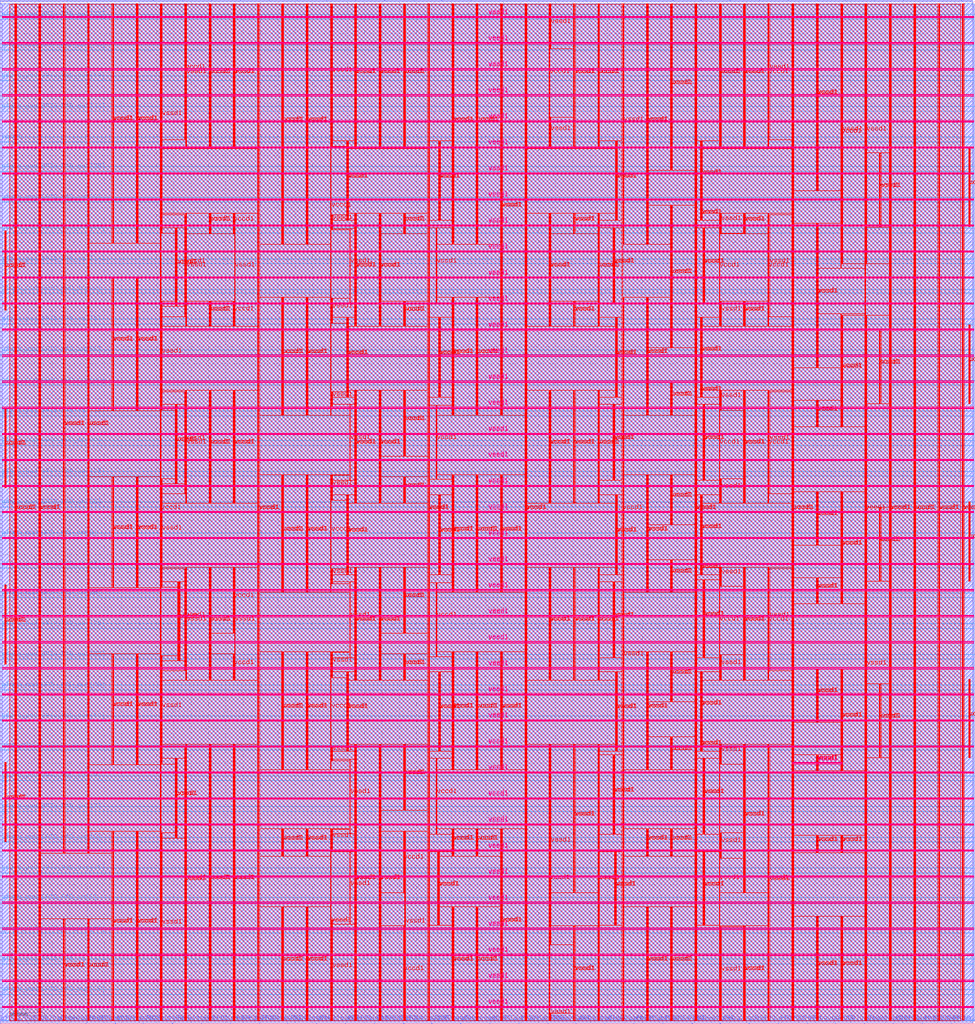
<source format=lef>
VERSION 5.7 ;
  NOWIREEXTENSIONATPIN ON ;
  DIVIDERCHAR "/" ;
  BUSBITCHARS "[]" ;
MACRO fpga_top
  CLASS BLOCK ;
  FOREIGN fpga_top ;
  ORIGIN 0.000 0.000 ;
  SIZE 2808.930 BY 2948.000 ;
  PIN ccff_head
    DIRECTION INPUT ;
    USE SIGNAL ;
    PORT
      LAYER met2 ;
        RECT 1242.940 0.000 1243.220 3.000 ;
    END
  END ccff_head
  PIN ccff_tail
    DIRECTION OUTPUT TRISTATE ;
    USE SIGNAL ;
    PORT
      LAYER met2 ;
        RECT 1023.980 2945.000 1024.260 2948.000 ;
    END
  END ccff_tail
  PIN clk
    DIRECTION INPUT ;
    USE SIGNAL ;
    PORT
      LAYER met2 ;
        RECT 2241.140 0.000 2241.420 3.000 ;
    END
  END clk
  PIN gfpga_pad_GPIO_PAD_in[0]
    DIRECTION INPUT ;
    USE SIGNAL ;
    PORT
      LAYER met2 ;
        RECT 2489.080 0.000 2489.360 3.000 ;
    END
  END gfpga_pad_GPIO_PAD_in[0]
  PIN gfpga_pad_GPIO_PAD_in[10]
    DIRECTION INPUT ;
    USE SIGNAL ;
    PORT
      LAYER met2 ;
        RECT 1825.760 0.000 1826.040 3.000 ;
    END
  END gfpga_pad_GPIO_PAD_in[10]
  PIN gfpga_pad_GPIO_PAD_in[11]
    DIRECTION INPUT ;
    USE SIGNAL ;
    PORT
      LAYER met2 ;
        RECT 1271.920 2945.000 1272.200 2948.000 ;
    END
  END gfpga_pad_GPIO_PAD_in[11]
  PIN gfpga_pad_GPIO_PAD_in[12]
    DIRECTION INPUT ;
    USE SIGNAL ;
    PORT
      LAYER met3 ;
        RECT 2805.930 97.640 2808.930 98.240 ;
    END
  END gfpga_pad_GPIO_PAD_in[12]
  PIN gfpga_pad_GPIO_PAD_in[13]
    DIRECTION INPUT ;
    USE SIGNAL ;
    PORT
      LAYER met3 ;
        RECT 2805.930 2552.440 2808.930 2553.040 ;
    END
  END gfpga_pad_GPIO_PAD_in[13]
  PIN gfpga_pad_GPIO_PAD_in[14]
    DIRECTION INPUT ;
    USE SIGNAL ;
    PORT
      LAYER met2 ;
        RECT 2769.220 2945.000 2769.500 2948.000 ;
    END
  END gfpga_pad_GPIO_PAD_in[14]
  PIN gfpga_pad_GPIO_PAD_in[15]
    DIRECTION INPUT ;
    USE SIGNAL ;
    PORT
      LAYER met2 ;
        RECT 1687.300 2945.000 1687.580 2948.000 ;
    END
  END gfpga_pad_GPIO_PAD_in[15]
  PIN gfpga_pad_GPIO_PAD_in[16]
    DIRECTION INPUT ;
    USE SIGNAL ;
    PORT
      LAYER met2 ;
        RECT 747.060 0.000 747.340 3.000 ;
    END
  END gfpga_pad_GPIO_PAD_in[16]
  PIN gfpga_pad_GPIO_PAD_in[17]
    DIRECTION INPUT ;
    USE SIGNAL ;
    PORT
      LAYER met3 ;
        RECT 0.930 611.040 3.930 611.640 ;
    END
  END gfpga_pad_GPIO_PAD_in[17]
  PIN gfpga_pad_GPIO_PAD_in[18]
    DIRECTION INPUT ;
    USE SIGNAL ;
    PORT
      LAYER met3 ;
        RECT 0.930 699.440 3.930 700.040 ;
    END
  END gfpga_pad_GPIO_PAD_in[18]
  PIN gfpga_pad_GPIO_PAD_in[19]
    DIRECTION INPUT ;
    USE SIGNAL ;
    PORT
      LAYER met3 ;
        RECT 0.930 522.640 3.930 523.240 ;
    END
  END gfpga_pad_GPIO_PAD_in[19]
  PIN gfpga_pad_GPIO_PAD_in[1]
    DIRECTION INPUT ;
    USE SIGNAL ;
    PORT
      LAYER met2 ;
        RECT 1439.360 2945.000 1439.640 2948.000 ;
    END
  END gfpga_pad_GPIO_PAD_in[1]
  PIN gfpga_pad_GPIO_PAD_in[20]
    DIRECTION INPUT ;
    USE SIGNAL ;
    PORT
      LAYER met2 ;
        RECT 276.940 2945.000 277.220 2948.000 ;
    END
  END gfpga_pad_GPIO_PAD_in[20]
  PIN gfpga_pad_GPIO_PAD_in[21]
    DIRECTION INPUT ;
    USE SIGNAL ;
    PORT
      LAYER met3 ;
        RECT 2805.930 2290.640 2808.930 2291.240 ;
    END
  END gfpga_pad_GPIO_PAD_in[21]
  PIN gfpga_pad_GPIO_PAD_in[22]
    DIRECTION INPUT ;
    USE SIGNAL ;
    PORT
      LAYER met3 ;
        RECT 0.930 2103.640 3.930 2104.240 ;
    END
  END gfpga_pad_GPIO_PAD_in[22]
  PIN gfpga_pad_GPIO_PAD_in[23]
    DIRECTION INPUT ;
    USE SIGNAL ;
    PORT
      LAYER met3 ;
        RECT 2805.930 2379.040 2808.930 2379.640 ;
    END
  END gfpga_pad_GPIO_PAD_in[23]
  PIN gfpga_pad_GPIO_PAD_in[24]
    DIRECTION INPUT ;
    USE SIGNAL ;
    PORT
      LAYER met2 ;
        RECT 827.560 0.000 827.840 3.000 ;
    END
  END gfpga_pad_GPIO_PAD_in[24]
  PIN gfpga_pad_GPIO_PAD_in[25]
    DIRECTION INPUT ;
    USE SIGNAL ;
    PORT
      LAYER met2 ;
        RECT 2601.780 2945.000 2602.060 2948.000 ;
    END
  END gfpga_pad_GPIO_PAD_in[25]
  PIN gfpga_pad_GPIO_PAD_in[26]
    DIRECTION INPUT ;
    USE SIGNAL ;
    PORT
      LAYER met2 ;
        RECT 1854.740 2945.000 1855.020 2948.000 ;
    END
  END gfpga_pad_GPIO_PAD_in[26]
  PIN gfpga_pad_GPIO_PAD_in[27]
    DIRECTION INPUT ;
    USE SIGNAL ;
    PORT
      LAYER met2 ;
        RECT 360.660 2945.000 360.940 2948.000 ;
    END
  END gfpga_pad_GPIO_PAD_in[27]
  PIN gfpga_pad_GPIO_PAD_in[28]
    DIRECTION INPUT ;
    USE SIGNAL ;
    PORT
      LAYER met2 ;
        RECT 1355.640 2945.000 1355.920 2948.000 ;
    END
  END gfpga_pad_GPIO_PAD_in[28]
  PIN gfpga_pad_GPIO_PAD_in[29]
    DIRECTION INPUT ;
    USE SIGNAL ;
    PORT
      LAYER met3 ;
        RECT 0.930 2365.440 3.930 2366.040 ;
    END
  END gfpga_pad_GPIO_PAD_in[29]
  PIN gfpga_pad_GPIO_PAD_in[2]
    DIRECTION INPUT ;
    USE SIGNAL ;
    PORT
      LAYER met3 ;
        RECT 2805.930 1151.640 2808.930 1152.240 ;
    END
  END gfpga_pad_GPIO_PAD_in[2]
  PIN gfpga_pad_GPIO_PAD_in[30]
    DIRECTION INPUT ;
    USE SIGNAL ;
    PORT
      LAYER met3 ;
        RECT 0.930 1665.040 3.930 1665.640 ;
    END
  END gfpga_pad_GPIO_PAD_in[30]
  PIN gfpga_pad_GPIO_PAD_in[31]
    DIRECTION INPUT ;
    USE SIGNAL ;
    PORT
      LAYER met3 ;
        RECT 2805.930 9.240 2808.930 9.840 ;
    END
  END gfpga_pad_GPIO_PAD_in[31]
  PIN gfpga_pad_GPIO_PAD_in[32]
    DIRECTION INPUT ;
    USE SIGNAL ;
    PORT
      LAYER met2 ;
        RECT 109.500 2945.000 109.780 2948.000 ;
    END
  END gfpga_pad_GPIO_PAD_in[32]
  PIN gfpga_pad_GPIO_PAD_in[33]
    DIRECTION INPUT ;
    USE SIGNAL ;
    PORT
      LAYER met2 ;
        RECT 911.280 0.000 911.560 3.000 ;
    END
  END gfpga_pad_GPIO_PAD_in[33]
  PIN gfpga_pad_GPIO_PAD_in[34]
    DIRECTION INPUT ;
    USE SIGNAL ;
    PORT
      LAYER met3 ;
        RECT 2805.930 1240.040 2808.930 1240.640 ;
    END
  END gfpga_pad_GPIO_PAD_in[34]
  PIN gfpga_pad_GPIO_PAD_in[35]
    DIRECTION INPUT ;
    USE SIGNAL ;
    PORT
      LAYER met2 ;
        RECT 1162.440 0.000 1162.720 3.000 ;
    END
  END gfpga_pad_GPIO_PAD_in[35]
  PIN gfpga_pad_GPIO_PAD_in[36]
    DIRECTION INPUT ;
    USE SIGNAL ;
    PORT
      LAYER met3 ;
        RECT 0.930 1226.440 3.930 1227.040 ;
    END
  END gfpga_pad_GPIO_PAD_in[36]
  PIN gfpga_pad_GPIO_PAD_in[37]
    DIRECTION INPUT ;
    USE SIGNAL ;
    PORT
      LAYER met2 ;
        RECT 441.160 2945.000 441.440 2948.000 ;
    END
  END gfpga_pad_GPIO_PAD_in[37]
  PIN gfpga_pad_GPIO_PAD_in[38]
    DIRECTION INPUT ;
    USE SIGNAL ;
    PORT
      LAYER met2 ;
        RECT 1523.080 2945.000 1523.360 2948.000 ;
    END
  END gfpga_pad_GPIO_PAD_in[38]
  PIN gfpga_pad_GPIO_PAD_in[39]
    DIRECTION INPUT ;
    USE SIGNAL ;
    PORT
      LAYER met2 ;
        RECT 2353.840 2945.000 2354.120 2948.000 ;
    END
  END gfpga_pad_GPIO_PAD_in[39]
  PIN gfpga_pad_GPIO_PAD_in[3]
    DIRECTION INPUT ;
    USE SIGNAL ;
    PORT
      LAYER met3 ;
        RECT 2805.930 1763.640 2808.930 1764.240 ;
    END
  END gfpga_pad_GPIO_PAD_in[3]
  PIN gfpga_pad_GPIO_PAD_in[40]
    DIRECTION INPUT ;
    USE SIGNAL ;
    PORT
      LAYER met3 ;
        RECT 2805.930 1852.040 2808.930 1852.640 ;
    END
  END gfpga_pad_GPIO_PAD_in[40]
  PIN gfpga_pad_GPIO_PAD_in[41]
    DIRECTION INPUT ;
    USE SIGNAL ;
    PORT
      LAYER met2 ;
        RECT 608.600 2945.000 608.880 2948.000 ;
    END
  END gfpga_pad_GPIO_PAD_in[41]
  PIN gfpga_pad_GPIO_PAD_in[42]
    DIRECTION INPUT ;
    USE SIGNAL ;
    PORT
      LAYER met2 ;
        RECT 2270.120 2945.000 2270.400 2948.000 ;
    END
  END gfpga_pad_GPIO_PAD_in[42]
  PIN gfpga_pad_GPIO_PAD_in[43]
    DIRECTION INPUT ;
    USE SIGNAL ;
    PORT
      LAYER met2 ;
        RECT 1742.040 0.000 1742.320 3.000 ;
    END
  END gfpga_pad_GPIO_PAD_in[43]
  PIN gfpga_pad_GPIO_PAD_in[44]
    DIRECTION INPUT ;
    USE SIGNAL ;
    PORT
      LAYER met2 ;
        RECT 1410.380 0.000 1410.660 3.000 ;
    END
  END gfpga_pad_GPIO_PAD_in[44]
  PIN gfpga_pad_GPIO_PAD_in[45]
    DIRECTION INPUT ;
    USE SIGNAL ;
    PORT
      LAYER met3 ;
        RECT 2805.930 2028.840 2808.930 2029.440 ;
    END
  END gfpga_pad_GPIO_PAD_in[45]
  PIN gfpga_pad_GPIO_PAD_in[46]
    DIRECTION INPUT ;
    USE SIGNAL ;
    PORT
      LAYER met2 ;
        RECT 2740.240 0.000 2740.520 3.000 ;
    END
  END gfpga_pad_GPIO_PAD_in[46]
  PIN gfpga_pad_GPIO_PAD_in[47]
    DIRECTION INPUT ;
    USE SIGNAL ;
    PORT
      LAYER met2 ;
        RECT 2405.360 0.000 2405.640 3.000 ;
    END
  END gfpga_pad_GPIO_PAD_in[47]
  PIN gfpga_pad_GPIO_PAD_in[48]
    DIRECTION INPUT ;
    USE SIGNAL ;
    PORT
      LAYER met3 ;
        RECT 2805.930 1325.040 2808.930 1325.640 ;
    END
  END gfpga_pad_GPIO_PAD_in[48]
  PIN gfpga_pad_GPIO_PAD_in[49]
    DIRECTION INPUT ;
    USE SIGNAL ;
    PORT
      LAYER met2 ;
        RECT 2434.340 2945.000 2434.620 2948.000 ;
    END
  END gfpga_pad_GPIO_PAD_in[49]
  PIN gfpga_pad_GPIO_PAD_in[4]
    DIRECTION INPUT ;
    USE SIGNAL ;
    PORT
      LAYER met2 ;
        RECT 1494.100 0.000 1494.380 3.000 ;
    END
  END gfpga_pad_GPIO_PAD_in[4]
  PIN gfpga_pad_GPIO_PAD_in[50]
    DIRECTION INPUT ;
    USE SIGNAL ;
    PORT
      LAYER met3 ;
        RECT 2805.930 886.440 2808.930 887.040 ;
    END
  END gfpga_pad_GPIO_PAD_in[50]
  PIN gfpga_pad_GPIO_PAD_in[51]
    DIRECTION INPUT ;
    USE SIGNAL ;
    PORT
      LAYER met2 ;
        RECT 663.340 0.000 663.620 3.000 ;
    END
  END gfpga_pad_GPIO_PAD_in[51]
  PIN gfpga_pad_GPIO_PAD_in[52]
    DIRECTION INPUT ;
    USE SIGNAL ;
    PORT
      LAYER met2 ;
        RECT 80.520 0.000 80.800 3.000 ;
    END
  END gfpga_pad_GPIO_PAD_in[52]
  PIN gfpga_pad_GPIO_PAD_in[53]
    DIRECTION INPUT ;
    USE SIGNAL ;
    PORT
      LAYER met3 ;
        RECT 2805.930 801.440 2808.930 802.040 ;
    END
  END gfpga_pad_GPIO_PAD_in[53]
  PIN gfpga_pad_GPIO_PAD_in[54]
    DIRECTION INPUT ;
    USE SIGNAL ;
    PORT
      LAYER met2 ;
        RECT 940.260 2945.000 940.540 2948.000 ;
    END
  END gfpga_pad_GPIO_PAD_in[54]
  PIN gfpga_pad_GPIO_PAD_in[55]
    DIRECTION INPUT ;
    USE SIGNAL ;
    PORT
      LAYER met3 ;
        RECT 0.930 1488.240 3.930 1488.840 ;
    END
  END gfpga_pad_GPIO_PAD_in[55]
  PIN gfpga_pad_GPIO_PAD_in[56]
    DIRECTION INPUT ;
    USE SIGNAL ;
    PORT
      LAYER met3 ;
        RECT 0.930 1926.840 3.930 1927.440 ;
    END
  END gfpga_pad_GPIO_PAD_in[56]
  PIN gfpga_pad_GPIO_PAD_in[57]
    DIRECTION INPUT ;
    USE SIGNAL ;
    PORT
      LAYER met3 ;
        RECT 2805.930 362.840 2808.930 363.440 ;
    END
  END gfpga_pad_GPIO_PAD_in[57]
  PIN gfpga_pad_GPIO_PAD_in[58]
    DIRECTION INPUT ;
    USE SIGNAL ;
    PORT
      LAYER met2 ;
        RECT 2073.700 0.000 2073.980 3.000 ;
    END
  END gfpga_pad_GPIO_PAD_in[58]
  PIN gfpga_pad_GPIO_PAD_in[59]
    DIRECTION INPUT ;
    USE SIGNAL ;
    PORT
      LAYER met3 ;
        RECT 2805.930 2202.240 2808.930 2202.840 ;
    END
  END gfpga_pad_GPIO_PAD_in[59]
  PIN gfpga_pad_GPIO_PAD_in[5]
    DIRECTION INPUT ;
    USE SIGNAL ;
    PORT
      LAYER met3 ;
        RECT 0.930 1399.840 3.930 1400.440 ;
    END
  END gfpga_pad_GPIO_PAD_in[5]
  PIN gfpga_pad_GPIO_PAD_in[60]
    DIRECTION INPUT ;
    USE SIGNAL ;
    PORT
      LAYER met2 ;
        RECT 1078.720 0.000 1079.000 3.000 ;
    END
  END gfpga_pad_GPIO_PAD_in[60]
  PIN gfpga_pad_GPIO_PAD_in[61]
    DIRECTION INPUT ;
    USE SIGNAL ;
    PORT
      LAYER met2 ;
        RECT 412.180 0.000 412.460 3.000 ;
    END
  END gfpga_pad_GPIO_PAD_in[61]
  PIN gfpga_pad_GPIO_PAD_in[62]
    DIRECTION INPUT ;
    USE SIGNAL ;
    PORT
      LAYER met2 ;
        RECT 2685.500 2945.000 2685.780 2948.000 ;
    END
  END gfpga_pad_GPIO_PAD_in[62]
  PIN gfpga_pad_GPIO_PAD_in[63]
    DIRECTION INPUT ;
    USE SIGNAL ;
    PORT
      LAYER met3 ;
        RECT 0.930 1311.440 3.930 1312.040 ;
    END
  END gfpga_pad_GPIO_PAD_in[63]
  PIN gfpga_pad_GPIO_PAD_in[6]
    DIRECTION INPUT ;
    USE SIGNAL ;
    PORT
      LAYER met3 ;
        RECT 0.930 349.240 3.930 349.840 ;
    END
  END gfpga_pad_GPIO_PAD_in[6]
  PIN gfpga_pad_GPIO_PAD_in[7]
    DIRECTION INPUT ;
    USE SIGNAL ;
    PORT
      LAYER met3 ;
        RECT 2805.930 1590.240 2808.930 1590.840 ;
    END
  END gfpga_pad_GPIO_PAD_in[7]
  PIN gfpga_pad_GPIO_PAD_in[8]
    DIRECTION INPUT ;
    USE SIGNAL ;
    PORT
      LAYER met2 ;
        RECT 692.320 2945.000 692.600 2948.000 ;
    END
  END gfpga_pad_GPIO_PAD_in[8]
  PIN gfpga_pad_GPIO_PAD_in[9]
    DIRECTION INPUT ;
    USE SIGNAL ;
    PORT
      LAYER met3 ;
        RECT 2805.930 2906.040 2808.930 2906.640 ;
    END
  END gfpga_pad_GPIO_PAD_in[9]
  PIN gfpga_pad_GPIO_PAD_out[0]
    DIRECTION OUTPUT TRISTATE ;
    USE SIGNAL ;
    PORT
      LAYER met3 ;
        RECT 0.930 2015.240 3.930 2015.840 ;
    END
  END gfpga_pad_GPIO_PAD_out[0]
  PIN gfpga_pad_GPIO_PAD_out[10]
    DIRECTION OUTPUT TRISTATE ;
    USE SIGNAL ;
    PORT
      LAYER met3 ;
        RECT 0.930 1750.040 3.930 1750.640 ;
    END
  END gfpga_pad_GPIO_PAD_out[10]
  PIN gfpga_pad_GPIO_PAD_out[11]
    DIRECTION OUTPUT TRISTATE ;
    USE SIGNAL ;
    PORT
      LAYER met2 ;
        RECT 193.220 2945.000 193.500 2948.000 ;
    END
  END gfpga_pad_GPIO_PAD_out[11]
  PIN gfpga_pad_GPIO_PAD_out[12]
    DIRECTION OUTPUT TRISTATE ;
    USE SIGNAL ;
    PORT
      LAYER met2 ;
        RECT 856.540 2945.000 856.820 2948.000 ;
    END
  END gfpga_pad_GPIO_PAD_out[12]
  PIN gfpga_pad_GPIO_PAD_out[13]
    DIRECTION OUTPUT TRISTATE ;
    USE SIGNAL ;
    PORT
      LAYER met2 ;
        RECT 1107.700 2945.000 1107.980 2948.000 ;
    END
  END gfpga_pad_GPIO_PAD_out[13]
  PIN gfpga_pad_GPIO_PAD_out[14]
    DIRECTION OUTPUT TRISTATE ;
    USE SIGNAL ;
    PORT
      LAYER met3 ;
        RECT 0.930 2188.640 3.930 2189.240 ;
    END
  END gfpga_pad_GPIO_PAD_out[14]
  PIN gfpga_pad_GPIO_PAD_out[15]
    DIRECTION OUTPUT TRISTATE ;
    USE SIGNAL ;
    PORT
      LAYER met3 ;
        RECT 0.930 434.240 3.930 434.840 ;
    END
  END gfpga_pad_GPIO_PAD_out[15]
  PIN gfpga_pad_GPIO_PAD_out[16]
    DIRECTION OUTPUT TRISTATE ;
    USE SIGNAL ;
    PORT
      LAYER met3 ;
        RECT 2805.930 974.840 2808.930 975.440 ;
    END
  END gfpga_pad_GPIO_PAD_out[16]
  PIN gfpga_pad_GPIO_PAD_out[17]
    DIRECTION OUTPUT TRISTATE ;
    USE SIGNAL ;
    PORT
      LAYER met3 ;
        RECT 2805.930 2729.240 2808.930 2729.840 ;
    END
  END gfpga_pad_GPIO_PAD_out[17]
  PIN gfpga_pad_GPIO_PAD_out[18]
    DIRECTION OUTPUT TRISTATE ;
    USE SIGNAL ;
    PORT
      LAYER met2 ;
        RECT 247.960 0.000 248.240 3.000 ;
    END
  END gfpga_pad_GPIO_PAD_out[18]
  PIN gfpga_pad_GPIO_PAD_out[19]
    DIRECTION OUTPUT TRISTATE ;
    USE SIGNAL ;
    PORT
      LAYER met3 ;
        RECT 2805.930 186.040 2808.930 186.640 ;
    END
  END gfpga_pad_GPIO_PAD_out[19]
  PIN gfpga_pad_GPIO_PAD_out[1]
    DIRECTION OUTPUT TRISTATE ;
    USE SIGNAL ;
    PORT
      LAYER met3 ;
        RECT 2805.930 1063.240 2808.930 1063.840 ;
    END
  END gfpga_pad_GPIO_PAD_out[1]
  PIN gfpga_pad_GPIO_PAD_out[20]
    DIRECTION OUTPUT TRISTATE ;
    USE SIGNAL ;
    PORT
      LAYER met2 ;
        RECT 1938.460 2945.000 1938.740 2948.000 ;
    END
  END gfpga_pad_GPIO_PAD_out[20]
  PIN gfpga_pad_GPIO_PAD_out[21]
    DIRECTION OUTPUT TRISTATE ;
    USE SIGNAL ;
    PORT
      LAYER met3 ;
        RECT 2805.930 624.640 2808.930 625.240 ;
    END
  END gfpga_pad_GPIO_PAD_out[21]
  PIN gfpga_pad_GPIO_PAD_out[22]
    DIRECTION OUTPUT TRISTATE ;
    USE SIGNAL ;
    PORT
      LAYER met3 ;
        RECT 0.930 2892.440 3.930 2893.040 ;
    END
  END gfpga_pad_GPIO_PAD_out[22]
  PIN gfpga_pad_GPIO_PAD_out[23]
    DIRECTION OUTPUT TRISTATE ;
    USE SIGNAL ;
    PORT
      LAYER met3 ;
        RECT 0.930 1576.640 3.930 1577.240 ;
    END
  END gfpga_pad_GPIO_PAD_out[23]
  PIN gfpga_pad_GPIO_PAD_out[24]
    DIRECTION OUTPUT TRISTATE ;
    USE SIGNAL ;
    PORT
      LAYER met3 ;
        RECT 2805.930 1501.840 2808.930 1502.440 ;
    END
  END gfpga_pad_GPIO_PAD_out[24]
  PIN gfpga_pad_GPIO_PAD_out[25]
    DIRECTION OUTPUT TRISTATE ;
    USE SIGNAL ;
    PORT
      LAYER met3 ;
        RECT 2805.930 2817.640 2808.930 2818.240 ;
    END
  END gfpga_pad_GPIO_PAD_out[25]
  PIN gfpga_pad_GPIO_PAD_out[26]
    DIRECTION OUTPUT TRISTATE ;
    USE SIGNAL ;
    PORT
      LAYER met3 ;
        RECT 0.930 1138.040 3.930 1138.640 ;
    END
  END gfpga_pad_GPIO_PAD_out[26]
  PIN gfpga_pad_GPIO_PAD_out[27]
    DIRECTION OUTPUT TRISTATE ;
    USE SIGNAL ;
    PORT
      LAYER met3 ;
        RECT 2805.930 447.840 2808.930 448.440 ;
    END
  END gfpga_pad_GPIO_PAD_out[27]
  PIN gfpga_pad_GPIO_PAD_out[28]
    DIRECTION OUTPUT TRISTATE ;
    USE SIGNAL ;
    PORT
      LAYER met2 ;
        RECT 1658.320 0.000 1658.600 3.000 ;
    END
  END gfpga_pad_GPIO_PAD_out[28]
  PIN gfpga_pad_GPIO_PAD_out[29]
    DIRECTION OUTPUT TRISTATE ;
    USE SIGNAL ;
    PORT
      LAYER met2 ;
        RECT 2656.520 0.000 2656.800 3.000 ;
    END
  END gfpga_pad_GPIO_PAD_out[29]
  PIN gfpga_pad_GPIO_PAD_out[2]
    DIRECTION OUTPUT TRISTATE ;
    USE SIGNAL ;
    PORT
      LAYER met2 ;
        RECT 1191.420 2945.000 1191.700 2948.000 ;
    END
  END gfpga_pad_GPIO_PAD_out[2]
  PIN gfpga_pad_GPIO_PAD_out[30]
    DIRECTION OUTPUT TRISTATE ;
    USE SIGNAL ;
    PORT
      LAYER met2 ;
        RECT 2157.420 0.000 2157.700 3.000 ;
    END
  END gfpga_pad_GPIO_PAD_out[30]
  PIN gfpga_pad_GPIO_PAD_out[31]
    DIRECTION OUTPUT TRISTATE ;
    USE SIGNAL ;
    PORT
      LAYER met2 ;
        RECT 331.680 0.000 331.960 3.000 ;
    END
  END gfpga_pad_GPIO_PAD_out[31]
  PIN gfpga_pad_GPIO_PAD_out[32]
    DIRECTION OUTPUT TRISTATE ;
    USE SIGNAL ;
    PORT
      LAYER met3 ;
        RECT 0.930 1049.640 3.930 1050.240 ;
    END
  END gfpga_pad_GPIO_PAD_out[32]
  PIN gfpga_pad_GPIO_PAD_out[33]
    DIRECTION OUTPUT TRISTATE ;
    USE SIGNAL ;
    PORT
      LAYER met3 ;
        RECT 2805.930 274.440 2808.930 275.040 ;
    END
  END gfpga_pad_GPIO_PAD_out[33]
  PIN gfpga_pad_GPIO_PAD_out[34]
    DIRECTION OUTPUT TRISTATE ;
    USE SIGNAL ;
    PORT
      LAYER met3 ;
        RECT 2805.930 2113.840 2808.930 2114.440 ;
    END
  END gfpga_pad_GPIO_PAD_out[34]
  PIN gfpga_pad_GPIO_PAD_out[35]
    DIRECTION OUTPUT TRISTATE ;
    USE SIGNAL ;
    PORT
      LAYER met3 ;
        RECT 0.930 84.040 3.930 84.640 ;
    END
  END gfpga_pad_GPIO_PAD_out[35]
  PIN gfpga_pad_GPIO_PAD_out[36]
    DIRECTION OUTPUT TRISTATE ;
    USE SIGNAL ;
    PORT
      LAYER met2 ;
        RECT 2324.860 0.000 2325.140 3.000 ;
    END
  END gfpga_pad_GPIO_PAD_out[36]
  PIN gfpga_pad_GPIO_PAD_out[37]
    DIRECTION OUTPUT TRISTATE ;
    USE SIGNAL ;
    PORT
      LAYER met3 ;
        RECT 0.930 1838.440 3.930 1839.040 ;
    END
  END gfpga_pad_GPIO_PAD_out[37]
  PIN gfpga_pad_GPIO_PAD_out[38]
    DIRECTION OUTPUT TRISTATE ;
    USE SIGNAL ;
    PORT
      LAYER met3 ;
        RECT 2805.930 713.040 2808.930 713.640 ;
    END
  END gfpga_pad_GPIO_PAD_out[38]
  PIN gfpga_pad_GPIO_PAD_out[39]
    DIRECTION OUTPUT TRISTATE ;
    USE SIGNAL ;
    PORT
      LAYER met3 ;
        RECT 0.930 2453.840 3.930 2454.440 ;
    END
  END gfpga_pad_GPIO_PAD_out[39]
  PIN gfpga_pad_GPIO_PAD_out[3]
    DIRECTION OUTPUT TRISTATE ;
    USE SIGNAL ;
    PORT
      LAYER met3 ;
        RECT 2805.930 1678.640 2808.930 1679.240 ;
    END
  END gfpga_pad_GPIO_PAD_out[3]
  PIN gfpga_pad_GPIO_PAD_out[40]
    DIRECTION OUTPUT TRISTATE ;
    USE SIGNAL ;
    PORT
      LAYER met3 ;
        RECT 2805.930 2467.440 2808.930 2468.040 ;
    END
  END gfpga_pad_GPIO_PAD_out[40]
  PIN gfpga_pad_GPIO_PAD_out[41]
    DIRECTION OUTPUT TRISTATE ;
    USE SIGNAL ;
    PORT
      LAYER met2 ;
        RECT 2572.800 0.000 2573.080 3.000 ;
    END
  END gfpga_pad_GPIO_PAD_out[41]
  PIN gfpga_pad_GPIO_PAD_out[42]
    DIRECTION OUTPUT TRISTATE ;
    USE SIGNAL ;
    PORT
      LAYER met3 ;
        RECT 2805.930 2640.840 2808.930 2641.440 ;
    END
  END gfpga_pad_GPIO_PAD_out[42]
  PIN gfpga_pad_GPIO_PAD_out[43]
    DIRECTION OUTPUT TRISTATE ;
    USE SIGNAL ;
    PORT
      LAYER met3 ;
        RECT 0.930 172.440 3.930 173.040 ;
    END
  END gfpga_pad_GPIO_PAD_out[43]
  PIN gfpga_pad_GPIO_PAD_out[44]
    DIRECTION OUTPUT TRISTATE ;
    USE SIGNAL ;
    PORT
      LAYER met3 ;
        RECT 0.930 2627.240 3.930 2627.840 ;
    END
  END gfpga_pad_GPIO_PAD_out[44]
  PIN gfpga_pad_GPIO_PAD_out[45]
    DIRECTION OUTPUT TRISTATE ;
    USE SIGNAL ;
    PORT
      LAYER met3 ;
        RECT 0.930 961.240 3.930 961.840 ;
    END
  END gfpga_pad_GPIO_PAD_out[45]
  PIN gfpga_pad_GPIO_PAD_out[46]
    DIRECTION OUTPUT TRISTATE ;
    USE SIGNAL ;
    PORT
      LAYER met2 ;
        RECT 0.020 0.000 0.300 3.000 ;
    END
  END gfpga_pad_GPIO_PAD_out[46]
  PIN gfpga_pad_GPIO_PAD_out[47]
    DIRECTION OUTPUT TRISTATE ;
    USE SIGNAL ;
    PORT
      LAYER met2 ;
        RECT 1909.480 0.000 1909.760 3.000 ;
    END
  END gfpga_pad_GPIO_PAD_out[47]
  PIN gfpga_pad_GPIO_PAD_out[48]
    DIRECTION OUTPUT TRISTATE ;
    USE SIGNAL ;
    PORT
      LAYER met3 ;
        RECT 0.930 2804.040 3.930 2804.640 ;
    END
  END gfpga_pad_GPIO_PAD_out[48]
  PIN gfpga_pad_GPIO_PAD_out[49]
    DIRECTION OUTPUT TRISTATE ;
    USE SIGNAL ;
    PORT
      LAYER met2 ;
        RECT 776.040 2945.000 776.320 2948.000 ;
    END
  END gfpga_pad_GPIO_PAD_out[49]
  PIN gfpga_pad_GPIO_PAD_out[4]
    DIRECTION OUTPUT TRISTATE ;
    USE SIGNAL ;
    PORT
      LAYER met2 ;
        RECT 1771.020 2945.000 1771.300 2948.000 ;
    END
  END gfpga_pad_GPIO_PAD_out[4]
  PIN gfpga_pad_GPIO_PAD_out[50]
    DIRECTION OUTPUT TRISTATE ;
    USE SIGNAL ;
    PORT
      LAYER met3 ;
        RECT 0.930 2277.040 3.930 2277.640 ;
    END
  END gfpga_pad_GPIO_PAD_out[50]
  PIN gfpga_pad_GPIO_PAD_out[51]
    DIRECTION OUTPUT TRISTATE ;
    USE SIGNAL ;
    PORT
      LAYER met2 ;
        RECT 495.900 0.000 496.180 3.000 ;
    END
  END gfpga_pad_GPIO_PAD_out[51]
  PIN gfpga_pad_GPIO_PAD_out[52]
    DIRECTION OUTPUT TRISTATE ;
    USE SIGNAL ;
    PORT
      LAYER met2 ;
        RECT 164.240 0.000 164.520 3.000 ;
    END
  END gfpga_pad_GPIO_PAD_out[52]
  PIN gfpga_pad_GPIO_PAD_out[53]
    DIRECTION OUTPUT TRISTATE ;
    USE SIGNAL ;
    PORT
      LAYER met2 ;
        RECT 2186.400 2945.000 2186.680 2948.000 ;
    END
  END gfpga_pad_GPIO_PAD_out[53]
  PIN gfpga_pad_GPIO_PAD_out[54]
    DIRECTION OUTPUT TRISTATE ;
    USE SIGNAL ;
    PORT
      LAYER met2 ;
        RECT 1606.800 2945.000 1607.080 2948.000 ;
    END
  END gfpga_pad_GPIO_PAD_out[54]
  PIN gfpga_pad_GPIO_PAD_out[55]
    DIRECTION OUTPUT TRISTATE ;
    USE SIGNAL ;
    PORT
      LAYER met2 ;
        RECT 1326.660 0.000 1326.940 3.000 ;
    END
  END gfpga_pad_GPIO_PAD_out[55]
  PIN gfpga_pad_GPIO_PAD_out[56]
    DIRECTION OUTPUT TRISTATE ;
    USE SIGNAL ;
    PORT
      LAYER met2 ;
        RECT 2518.060 2945.000 2518.340 2948.000 ;
    END
  END gfpga_pad_GPIO_PAD_out[56]
  PIN gfpga_pad_GPIO_PAD_out[57]
    DIRECTION OUTPUT TRISTATE ;
    USE SIGNAL ;
    PORT
      LAYER met3 ;
        RECT 2805.930 536.240 2808.930 536.840 ;
    END
  END gfpga_pad_GPIO_PAD_out[57]
  PIN gfpga_pad_GPIO_PAD_out[58]
    DIRECTION OUTPUT TRISTATE ;
    USE SIGNAL ;
    PORT
      LAYER met3 ;
        RECT 0.930 2715.640 3.930 2716.240 ;
    END
  END gfpga_pad_GPIO_PAD_out[58]
  PIN gfpga_pad_GPIO_PAD_out[59]
    DIRECTION OUTPUT TRISTATE ;
    USE SIGNAL ;
    PORT
      LAYER met3 ;
        RECT 0.930 872.840 3.930 873.440 ;
    END
  END gfpga_pad_GPIO_PAD_out[59]
  PIN gfpga_pad_GPIO_PAD_out[5]
    DIRECTION OUTPUT TRISTATE ;
    USE SIGNAL ;
    PORT
      LAYER met2 ;
        RECT 579.620 0.000 579.900 3.000 ;
    END
  END gfpga_pad_GPIO_PAD_out[5]
  PIN gfpga_pad_GPIO_PAD_out[60]
    DIRECTION OUTPUT TRISTATE ;
    USE SIGNAL ;
    PORT
      LAYER met2 ;
        RECT 995.000 0.000 995.280 3.000 ;
    END
  END gfpga_pad_GPIO_PAD_out[60]
  PIN gfpga_pad_GPIO_PAD_out[61]
    DIRECTION OUTPUT TRISTATE ;
    USE SIGNAL ;
    PORT
      LAYER met3 ;
        RECT 0.930 260.840 3.930 261.440 ;
    END
  END gfpga_pad_GPIO_PAD_out[61]
  PIN gfpga_pad_GPIO_PAD_out[62]
    DIRECTION OUTPUT TRISTATE ;
    USE SIGNAL ;
    PORT
      LAYER met3 ;
        RECT 2805.930 1940.440 2808.930 1941.040 ;
    END
  END gfpga_pad_GPIO_PAD_out[62]
  PIN gfpga_pad_GPIO_PAD_out[63]
    DIRECTION OUTPUT TRISTATE ;
    USE SIGNAL ;
    PORT
      LAYER met2 ;
        RECT 1577.820 0.000 1578.100 3.000 ;
    END
  END gfpga_pad_GPIO_PAD_out[63]
  PIN gfpga_pad_GPIO_PAD_out[6]
    DIRECTION OUTPUT TRISTATE ;
    USE SIGNAL ;
    PORT
      LAYER met2 ;
        RECT 2102.680 2945.000 2102.960 2948.000 ;
    END
  END gfpga_pad_GPIO_PAD_out[6]
  PIN gfpga_pad_GPIO_PAD_out[7]
    DIRECTION OUTPUT TRISTATE ;
    USE SIGNAL ;
    PORT
      LAYER met2 ;
        RECT 2018.960 2945.000 2019.240 2948.000 ;
    END
  END gfpga_pad_GPIO_PAD_out[7]
  PIN gfpga_pad_GPIO_PAD_out[8]
    DIRECTION OUTPUT TRISTATE ;
    USE SIGNAL ;
    PORT
      LAYER met2 ;
        RECT 25.780 2945.000 26.060 2948.000 ;
    END
  END gfpga_pad_GPIO_PAD_out[8]
  PIN gfpga_pad_GPIO_PAD_out[9]
    DIRECTION OUTPUT TRISTATE ;
    USE SIGNAL ;
    PORT
      LAYER met2 ;
        RECT 524.880 2945.000 525.160 2948.000 ;
    END
  END gfpga_pad_GPIO_PAD_out[9]
  PIN pReset
    DIRECTION INPUT ;
    USE SIGNAL ;
    PORT
      LAYER met2 ;
        RECT 1993.200 0.000 1993.480 3.000 ;
    END
  END pReset
  PIN prog_clk
    DIRECTION INPUT ;
    USE SIGNAL ;
    PORT
      LAYER met3 ;
        RECT 0.930 787.840 3.930 788.440 ;
    END
  END prog_clk
  PIN reset
    DIRECTION INPUT ;
    USE SIGNAL ;
    PORT
      LAYER met3 ;
        RECT 0.930 2538.840 3.930 2539.440 ;
    END
  END reset
  PIN set
    DIRECTION INPUT ;
    USE SIGNAL ;
    PORT
      LAYER met3 ;
        RECT 2805.930 1413.440 2808.930 1414.040 ;
    END
  END set
  PIN vccd1
    DIRECTION INOUT ;
    USE POWER ;
    PORT
      LAYER met4 ;
        RECT 41.650 9.640 43.250 2936.840 ;
    END
    PORT
      LAYER met4 ;
        RECT 111.650 9.640 113.250 2936.840 ;
    END
    PORT
      LAYER met4 ;
        RECT 181.650 9.640 183.250 302.475 ;
    END
    PORT
      LAYER met4 ;
        RECT 181.650 492.045 183.250 2936.840 ;
    END
    PORT
      LAYER met4 ;
        RECT 251.650 9.640 253.250 302.475 ;
    END
    PORT
      LAYER met4 ;
        RECT 251.650 492.045 253.250 2936.840 ;
    END
    PORT
      LAYER met4 ;
        RECT 321.650 9.640 323.250 554.515 ;
    END
    PORT
      LAYER met4 ;
        RECT 321.650 746.125 323.250 1064.515 ;
    END
    PORT
      LAYER met4 ;
        RECT 321.650 1256.125 323.250 1574.515 ;
    END
    PORT
      LAYER met4 ;
        RECT 321.650 1766.125 323.250 2151.155 ;
    END
    PORT
      LAYER met4 ;
        RECT 321.650 2248.245 323.250 2936.840 ;
    END
    PORT
      LAYER met4 ;
        RECT 391.650 9.640 393.250 554.515 ;
    END
    PORT
      LAYER met4 ;
        RECT 391.650 746.125 393.250 1064.515 ;
    END
    PORT
      LAYER met4 ;
        RECT 391.650 1256.125 393.250 1574.515 ;
    END
    PORT
      LAYER met4 ;
        RECT 391.650 1766.125 393.250 2151.155 ;
    END
    PORT
      LAYER met4 ;
        RECT 391.650 2248.245 393.250 2936.840 ;
    END
    PORT
      LAYER met4 ;
        RECT 461.650 9.640 463.250 2936.840 ;
    END
    PORT
      LAYER met4 ;
        RECT 531.650 9.640 533.250 799.340 ;
    END
    PORT
      LAYER met4 ;
        RECT 531.650 1016.260 533.250 1309.340 ;
    END
    PORT
      LAYER met4 ;
        RECT 531.650 1526.260 533.250 1819.340 ;
    END
    PORT
      LAYER met4 ;
        RECT 531.650 2036.260 533.250 2329.340 ;
    END
    PORT
      LAYER met4 ;
        RECT 531.650 2546.260 533.250 2936.840 ;
    END
    PORT
      LAYER met4 ;
        RECT 601.650 9.640 603.250 803.835 ;
    END
    PORT
      LAYER met4 ;
        RECT 601.650 989.325 603.250 1313.835 ;
    END
    PORT
      LAYER met4 ;
        RECT 601.650 1499.325 603.250 1823.835 ;
    END
    PORT
      LAYER met4 ;
        RECT 601.650 2009.325 603.250 2080.435 ;
    END
    PORT
      LAYER met4 ;
        RECT 601.650 2274.765 603.250 2333.835 ;
    END
    PORT
      LAYER met4 ;
        RECT 601.650 2519.325 603.250 2936.840 ;
    END
    PORT
      LAYER met4 ;
        RECT 671.650 9.640 673.250 803.835 ;
    END
    PORT
      LAYER met4 ;
        RECT 671.650 989.325 673.250 1064.515 ;
    END
    PORT
      LAYER met4 ;
        RECT 671.650 1124.885 673.250 1313.835 ;
    END
    PORT
      LAYER met4 ;
        RECT 671.650 1499.325 673.250 1823.835 ;
    END
    PORT
      LAYER met4 ;
        RECT 671.650 2009.325 673.250 2080.435 ;
    END
    PORT
      LAYER met4 ;
        RECT 671.650 2274.765 673.250 2333.835 ;
    END
    PORT
      LAYER met4 ;
        RECT 671.650 2519.325 673.250 2936.840 ;
    END
    PORT
      LAYER met4 ;
        RECT 741.650 9.640 743.250 2936.840 ;
    END
    PORT
      LAYER met4 ;
        RECT 811.650 9.640 813.250 335.795 ;
    END
    PORT
      LAYER met4 ;
        RECT 811.650 482.525 813.250 560.435 ;
    END
    PORT
      LAYER met4 ;
        RECT 811.650 732.325 813.250 1070.435 ;
    END
    PORT
      LAYER met4 ;
        RECT 811.650 1242.325 813.250 1580.435 ;
    END
    PORT
      LAYER met4 ;
        RECT 811.650 1752.325 813.250 2091.795 ;
    END
    PORT
      LAYER met4 ;
        RECT 811.650 2244.645 813.250 2936.840 ;
    END
    PORT
      LAYER met4 ;
        RECT 881.650 9.640 883.250 335.795 ;
    END
    PORT
      LAYER met4 ;
        RECT 881.650 482.525 883.250 560.435 ;
    END
    PORT
      LAYER met4 ;
        RECT 881.650 732.325 883.250 1070.435 ;
    END
    PORT
      LAYER met4 ;
        RECT 881.650 1242.325 883.250 1580.435 ;
    END
    PORT
      LAYER met4 ;
        RECT 881.650 1752.325 883.250 2091.795 ;
    END
    PORT
      LAYER met4 ;
        RECT 881.650 2244.645 883.250 2936.840 ;
    END
    PORT
      LAYER met4 ;
        RECT 951.650 9.640 953.250 560.435 ;
    END
    PORT
      LAYER met4 ;
        RECT 951.650 732.325 953.250 1070.435 ;
    END
    PORT
      LAYER met4 ;
        RECT 951.650 1242.325 953.250 1580.435 ;
    END
    PORT
      LAYER met4 ;
        RECT 951.650 1752.325 953.250 2936.840 ;
    END
    PORT
      LAYER met4 ;
        RECT 1021.650 9.640 1023.250 803.835 ;
    END
    PORT
      LAYER met4 ;
        RECT 1021.650 989.325 1023.250 1313.835 ;
    END
    PORT
      LAYER met4 ;
        RECT 1021.650 1499.325 1023.250 1823.835 ;
    END
    PORT
      LAYER met4 ;
        RECT 1021.650 2009.325 1023.250 2333.835 ;
    END
    PORT
      LAYER met4 ;
        RECT 1021.650 2519.325 1023.250 2936.840 ;
    END
    PORT
      LAYER met4 ;
        RECT 1091.650 9.640 1093.250 803.835 ;
    END
    PORT
      LAYER met4 ;
        RECT 1091.650 989.325 1093.250 1313.835 ;
    END
    PORT
      LAYER met4 ;
        RECT 1091.650 1499.325 1093.250 1823.835 ;
    END
    PORT
      LAYER met4 ;
        RECT 1091.650 2009.325 1093.250 2333.835 ;
    END
    PORT
      LAYER met4 ;
        RECT 1091.650 2519.325 1093.250 2936.840 ;
    END
    PORT
      LAYER met4 ;
        RECT 1161.650 9.640 1163.250 281.115 ;
    END
    PORT
      LAYER met4 ;
        RECT 1161.650 377.525 1163.250 554.515 ;
    END
    PORT
      LAYER met4 ;
        RECT 1161.650 614.885 1163.250 803.835 ;
    END
    PORT
      LAYER met4 ;
        RECT 1161.650 989.325 1163.250 1064.515 ;
    END
    PORT
      LAYER met4 ;
        RECT 1161.650 1124.885 1163.250 1313.835 ;
    END
    PORT
      LAYER met4 ;
        RECT 1161.650 1499.325 1163.250 1574.515 ;
    END
    PORT
      LAYER met4 ;
        RECT 1161.650 1634.885 1163.250 1823.835 ;
    END
    PORT
      LAYER met4 ;
        RECT 1161.650 2009.325 1163.250 2080.435 ;
    END
    PORT
      LAYER met4 ;
        RECT 1161.650 2274.765 1163.250 2333.835 ;
    END
    PORT
      LAYER met4 ;
        RECT 1161.650 2519.325 1163.250 2936.840 ;
    END
    PORT
      LAYER met4 ;
        RECT 1231.650 9.640 1233.250 2936.840 ;
    END
    PORT
      LAYER met4 ;
        RECT 1301.650 9.640 1303.250 335.795 ;
    END
    PORT
      LAYER met4 ;
        RECT 1301.650 482.525 1303.250 560.435 ;
    END
    PORT
      LAYER met4 ;
        RECT 1301.650 732.325 1303.250 1070.435 ;
    END
    PORT
      LAYER met4 ;
        RECT 1301.650 1242.325 1303.250 1580.435 ;
    END
    PORT
      LAYER met4 ;
        RECT 1301.650 1752.325 1303.250 2091.795 ;
    END
    PORT
      LAYER met4 ;
        RECT 1301.650 2244.645 1303.250 2936.840 ;
    END
    PORT
      LAYER met4 ;
        RECT 1371.650 9.640 1373.250 335.795 ;
    END
    PORT
      LAYER met4 ;
        RECT 1371.650 482.525 1373.250 560.435 ;
    END
    PORT
      LAYER met4 ;
        RECT 1371.650 732.325 1373.250 1070.435 ;
    END
    PORT
      LAYER met4 ;
        RECT 1371.650 1242.325 1373.250 1580.435 ;
    END
    PORT
      LAYER met4 ;
        RECT 1371.650 1752.325 1373.250 2091.795 ;
    END
    PORT
      LAYER met4 ;
        RECT 1371.650 2244.645 1373.250 2936.840 ;
    END
    PORT
      LAYER met4 ;
        RECT 1441.650 9.640 1443.250 560.435 ;
    END
    PORT
      LAYER met4 ;
        RECT 1441.650 732.325 1443.250 1070.435 ;
    END
    PORT
      LAYER met4 ;
        RECT 1441.650 1242.325 1443.250 1580.435 ;
    END
    PORT
      LAYER met4 ;
        RECT 1441.650 1752.325 1443.250 2936.840 ;
    END
    PORT
      LAYER met4 ;
        RECT 1511.650 9.640 1513.250 2936.840 ;
    END
    PORT
      LAYER met4 ;
        RECT 1581.650 9.640 1583.250 803.835 ;
    END
    PORT
      LAYER met4 ;
        RECT 1581.650 989.325 1583.250 1313.835 ;
    END
    PORT
      LAYER met4 ;
        RECT 1581.650 1499.325 1583.250 1823.835 ;
    END
    PORT
      LAYER met4 ;
        RECT 1581.650 2009.325 1583.250 2333.835 ;
    END
    PORT
      LAYER met4 ;
        RECT 1581.650 2519.325 1583.250 2936.840 ;
    END
    PORT
      LAYER met4 ;
        RECT 1651.650 9.640 1653.250 281.115 ;
    END
    PORT
      LAYER met4 ;
        RECT 1651.650 377.525 1653.250 803.835 ;
    END
    PORT
      LAYER met4 ;
        RECT 1651.650 989.325 1653.250 1313.835 ;
    END
    PORT
      LAYER met4 ;
        RECT 1651.650 1499.325 1653.250 1823.835 ;
    END
    PORT
      LAYER met4 ;
        RECT 1651.650 2009.325 1653.250 2080.435 ;
    END
    PORT
      LAYER met4 ;
        RECT 1651.650 2274.765 1653.250 2333.835 ;
    END
    PORT
      LAYER met4 ;
        RECT 1651.650 2519.325 1653.250 2936.840 ;
    END
    PORT
      LAYER met4 ;
        RECT 1721.650 9.640 1723.250 803.835 ;
    END
    PORT
      LAYER met4 ;
        RECT 1721.650 989.325 1723.250 1313.835 ;
    END
    PORT
      LAYER met4 ;
        RECT 1721.650 1499.325 1723.250 1823.835 ;
    END
    PORT
      LAYER met4 ;
        RECT 1721.650 2009.325 1723.250 2333.835 ;
    END
    PORT
      LAYER met4 ;
        RECT 1721.650 2519.325 1723.250 2936.840 ;
    END
    PORT
      LAYER met4 ;
        RECT 1791.650 9.640 1793.250 2936.840 ;
    END
    PORT
      LAYER met4 ;
        RECT 1861.650 9.640 1863.250 335.795 ;
    END
    PORT
      LAYER met4 ;
        RECT 1861.650 482.525 1863.250 560.435 ;
    END
    PORT
      LAYER met4 ;
        RECT 1861.650 732.325 1863.250 1070.435 ;
    END
    PORT
      LAYER met4 ;
        RECT 1861.650 1242.325 1863.250 1580.435 ;
    END
    PORT
      LAYER met4 ;
        RECT 1861.650 1752.325 1863.250 2091.795 ;
    END
    PORT
      LAYER met4 ;
        RECT 1861.650 2244.645 1863.250 2936.840 ;
    END
    PORT
      LAYER met4 ;
        RECT 1931.650 9.640 1933.250 335.795 ;
    END
    PORT
      LAYER met4 ;
        RECT 1931.650 482.525 1933.250 560.435 ;
    END
    PORT
      LAYER met4 ;
        RECT 1931.650 732.325 1933.250 826.275 ;
    END
    PORT
      LAYER met4 ;
        RECT 1931.650 927.445 1933.250 1070.435 ;
    END
    PORT
      LAYER met4 ;
        RECT 1931.650 1242.325 1933.250 1336.275 ;
    END
    PORT
      LAYER met4 ;
        RECT 1931.650 1437.445 1933.250 1580.435 ;
    END
    PORT
      LAYER met4 ;
        RECT 1931.650 1752.325 1933.250 1846.275 ;
    END
    PORT
      LAYER met4 ;
        RECT 1931.650 1947.445 1933.250 2356.275 ;
    END
    PORT
      LAYER met4 ;
        RECT 1931.650 2457.445 1933.250 2936.840 ;
    END
    PORT
      LAYER met4 ;
        RECT 2001.650 9.640 2003.250 2936.840 ;
    END
    PORT
      LAYER met4 ;
        RECT 2071.650 9.640 2073.250 803.835 ;
    END
    PORT
      LAYER met4 ;
        RECT 2071.650 989.325 2073.250 1313.835 ;
    END
    PORT
      LAYER met4 ;
        RECT 2071.650 1499.325 2073.250 1823.835 ;
    END
    PORT
      LAYER met4 ;
        RECT 2071.650 2009.325 2073.250 2333.835 ;
    END
    PORT
      LAYER met4 ;
        RECT 2071.650 2519.325 2073.250 2936.840 ;
    END
    PORT
      LAYER met4 ;
        RECT 2141.650 9.640 2143.250 281.115 ;
    END
    PORT
      LAYER met4 ;
        RECT 2141.650 377.525 2143.250 803.835 ;
    END
    PORT
      LAYER met4 ;
        RECT 2141.650 989.325 2143.250 1313.835 ;
    END
    PORT
      LAYER met4 ;
        RECT 2141.650 1499.325 2143.250 1823.835 ;
    END
    PORT
      LAYER met4 ;
        RECT 2141.650 2009.325 2143.250 2080.435 ;
    END
    PORT
      LAYER met4 ;
        RECT 2141.650 2274.765 2143.250 2333.835 ;
    END
    PORT
      LAYER met4 ;
        RECT 2141.650 2519.325 2143.250 2936.840 ;
    END
    PORT
      LAYER met4 ;
        RECT 2211.650 9.640 2213.250 803.835 ;
    END
    PORT
      LAYER met4 ;
        RECT 2211.650 989.325 2213.250 1313.835 ;
    END
    PORT
      LAYER met4 ;
        RECT 2211.650 1499.325 2213.250 1823.835 ;
    END
    PORT
      LAYER met4 ;
        RECT 2211.650 2009.325 2213.250 2333.835 ;
    END
    PORT
      LAYER met4 ;
        RECT 2211.650 2519.325 2213.250 2936.840 ;
    END
    PORT
      LAYER met4 ;
        RECT 2281.650 9.640 2283.250 2936.840 ;
    END
    PORT
      LAYER met4 ;
        RECT 2351.650 9.640 2353.250 308.595 ;
    END
    PORT
      LAYER met4 ;
        RECT 2351.650 492.725 2353.250 541.795 ;
    END
    PORT
      LAYER met4 ;
        RECT 2351.650 729.325 2353.250 774.275 ;
    END
    PORT
      LAYER met4 ;
        RECT 2351.650 868.645 2353.250 1021.795 ;
    END
    PORT
      LAYER met4 ;
        RECT 2351.650 1209.325 2353.250 1284.275 ;
    END
    PORT
      LAYER met4 ;
        RECT 2351.650 1378.645 2353.250 1531.795 ;
    END
    PORT
      LAYER met4 ;
        RECT 2351.650 1719.325 2353.250 1794.275 ;
    END
    PORT
      LAYER met4 ;
        RECT 2351.650 1888.645 2353.250 2304.275 ;
    END
    PORT
      LAYER met4 ;
        RECT 2351.650 2398.645 2353.250 2936.840 ;
    END
    PORT
      LAYER met4 ;
        RECT 2421.650 9.640 2423.250 308.595 ;
    END
    PORT
      LAYER met4 ;
        RECT 2421.650 492.725 2423.250 541.795 ;
    END
    PORT
      LAYER met4 ;
        RECT 2421.650 729.325 2423.250 1021.795 ;
    END
    PORT
      LAYER met4 ;
        RECT 2421.650 1209.325 2423.250 1531.795 ;
    END
    PORT
      LAYER met4 ;
        RECT 2421.650 1719.325 2423.250 2043.835 ;
    END
    PORT
      LAYER met4 ;
        RECT 2421.650 2176.285 2423.250 2936.840 ;
    END
    PORT
      LAYER met4 ;
        RECT 2491.650 9.640 2493.250 2936.840 ;
    END
    PORT
      LAYER met4 ;
        RECT 2561.650 9.640 2563.250 2936.840 ;
    END
    PORT
      LAYER met4 ;
        RECT 2631.650 9.640 2633.250 2936.840 ;
    END
    PORT
      LAYER met4 ;
        RECT 2701.650 9.640 2703.250 2936.840 ;
    END
    PORT
      LAYER met4 ;
        RECT 2771.650 9.640 2773.250 2936.840 ;
    END
    PORT
      LAYER met5 ;
        RECT 5.210 46.080 2804.330 47.680 ;
    END
    PORT
      LAYER met5 ;
        RECT 5.210 121.080 2804.330 122.680 ;
    END
    PORT
      LAYER met5 ;
        RECT 5.210 196.080 2804.330 197.680 ;
    END
    PORT
      LAYER met5 ;
        RECT 5.210 271.080 2804.330 272.680 ;
    END
    PORT
      LAYER met5 ;
        RECT 5.210 346.080 2804.330 347.680 ;
    END
    PORT
      LAYER met5 ;
        RECT 5.210 421.080 2804.330 422.680 ;
    END
    PORT
      LAYER met5 ;
        RECT 5.210 496.080 2804.330 497.680 ;
    END
    PORT
      LAYER met5 ;
        RECT 5.210 571.080 2804.330 572.680 ;
    END
    PORT
      LAYER met5 ;
        RECT 5.210 646.080 2804.330 647.680 ;
    END
    PORT
      LAYER met5 ;
        RECT 5.210 721.080 2804.330 722.680 ;
    END
    PORT
      LAYER met5 ;
        RECT 5.210 796.080 2804.330 797.680 ;
    END
    PORT
      LAYER met5 ;
        RECT 5.210 871.080 2804.330 872.680 ;
    END
    PORT
      LAYER met5 ;
        RECT 5.210 946.080 2804.330 947.680 ;
    END
    PORT
      LAYER met5 ;
        RECT 5.210 1021.080 2804.330 1022.680 ;
    END
    PORT
      LAYER met5 ;
        RECT 5.210 1096.080 2804.330 1097.680 ;
    END
    PORT
      LAYER met5 ;
        RECT 5.210 1171.080 2804.330 1172.680 ;
    END
    PORT
      LAYER met5 ;
        RECT 5.210 1246.080 2804.330 1247.680 ;
    END
    PORT
      LAYER met5 ;
        RECT 5.210 1321.080 2804.330 1322.680 ;
    END
    PORT
      LAYER met5 ;
        RECT 5.210 1396.080 2804.330 1397.680 ;
    END
    PORT
      LAYER met5 ;
        RECT 5.210 1471.080 2804.330 1472.680 ;
    END
    PORT
      LAYER met5 ;
        RECT 5.210 1546.080 2804.330 1547.680 ;
    END
    PORT
      LAYER met5 ;
        RECT 5.210 1621.080 2804.330 1622.680 ;
    END
    PORT
      LAYER met5 ;
        RECT 5.210 1696.080 2804.330 1697.680 ;
    END
    PORT
      LAYER met5 ;
        RECT 5.210 1771.080 2804.330 1772.680 ;
    END
    PORT
      LAYER met5 ;
        RECT 5.210 1846.080 2804.330 1847.680 ;
    END
    PORT
      LAYER met5 ;
        RECT 5.210 1921.080 2804.330 1922.680 ;
    END
    PORT
      LAYER met5 ;
        RECT 5.210 1996.080 2804.330 1997.680 ;
    END
    PORT
      LAYER met5 ;
        RECT 5.210 2071.080 2804.330 2072.680 ;
    END
    PORT
      LAYER met5 ;
        RECT 5.210 2146.080 2804.330 2147.680 ;
    END
    PORT
      LAYER met5 ;
        RECT 5.210 2221.080 2804.330 2222.680 ;
    END
    PORT
      LAYER met5 ;
        RECT 5.210 2296.080 2804.330 2297.680 ;
    END
    PORT
      LAYER met5 ;
        RECT 5.210 2371.080 2804.330 2372.680 ;
    END
    PORT
      LAYER met5 ;
        RECT 5.210 2446.080 2804.330 2447.680 ;
    END
    PORT
      LAYER met5 ;
        RECT 5.210 2521.080 2804.330 2522.680 ;
    END
    PORT
      LAYER met5 ;
        RECT 5.210 2596.080 2804.330 2597.680 ;
    END
    PORT
      LAYER met5 ;
        RECT 5.210 2671.080 2804.330 2672.680 ;
    END
    PORT
      LAYER met5 ;
        RECT 5.210 2746.080 2804.330 2747.680 ;
    END
    PORT
      LAYER met5 ;
        RECT 5.210 2821.080 2804.330 2822.680 ;
    END
    PORT
      LAYER met5 ;
        RECT 5.210 2896.080 2804.330 2897.680 ;
    END
    PORT
      LAYER met4 ;
        RECT 12.470 523.720 14.070 752.680 ;
    END
    PORT
      LAYER met4 ;
        RECT 512.030 1045.960 513.630 1272.200 ;
    END
    PORT
      LAYER met4 ;
        RECT 1256.310 1568.200 1257.910 1780.840 ;
    END
    PORT
      LAYER met4 ;
        RECT 1765.070 2074.120 1766.670 2292.200 ;
    END
    PORT
      LAYER met4 ;
        RECT 2017.150 784.840 2018.750 804.360 ;
    END
    PORT
      LAYER met4 ;
        RECT 2532.350 1274.440 2533.950 1487.080 ;
    END
    PORT
      LAYER met4 ;
        RECT 2789.950 1785.800 2791.550 2012.040 ;
    END
    PORT
      LAYER met4 ;
        RECT 12.470 1035.080 14.070 1264.040 ;
    END
    PORT
      LAYER met4 ;
        RECT 504.670 534.600 506.270 763.560 ;
    END
    PORT
      LAYER met4 ;
        RECT 997.790 784.840 999.390 1013.800 ;
    END
    PORT
      LAYER met4 ;
        RECT 1256.310 2074.120 1257.910 2292.200 ;
    END
    PORT
      LAYER met4 ;
        RECT 1765.070 1565.480 1766.670 1783.560 ;
    END
    PORT
      LAYER met4 ;
        RECT 2024.510 284.360 2026.110 494.280 ;
    END
    PORT
      LAYER met4 ;
        RECT 2532.350 1785.800 2533.950 1998.440 ;
    END
    PORT
      LAYER met4 ;
        RECT 2789.950 1274.440 2791.550 1503.400 ;
    END
    PORT
      LAYER met4 ;
        RECT 12.470 1543.720 14.070 1772.680 ;
    END
    PORT
      LAYER met4 ;
        RECT 504.670 2065.960 506.270 2292.200 ;
    END
    PORT
      LAYER met4 ;
        RECT 1256.310 1056.840 1257.910 1269.480 ;
    END
    PORT
      LAYER met4 ;
        RECT 1769.670 284.360 1771.270 494.280 ;
    END
    PORT
      LAYER met4 ;
        RECT 2017.150 804.660 2018.750 1013.800 ;
    END
    PORT
      LAYER met4 ;
        RECT 2532.350 2294.440 2533.950 2507.080 ;
    END
    PORT
      LAYER met4 ;
        RECT 12.470 2055.080 14.070 2284.040 ;
    END
    PORT
      LAYER met4 ;
        RECT 504.670 1554.600 506.270 1783.560 ;
    END
    PORT
      LAYER met4 ;
        RECT 1256.310 545.480 1257.910 763.560 ;
    END
    PORT
      LAYER met4 ;
        RECT 1772.430 784.840 1774.030 1013.800 ;
    END
    PORT
      LAYER met4 ;
        RECT 2017.150 1293.480 2018.750 1313.000 ;
    END
    PORT
      LAYER met4 ;
        RECT 2789.950 2294.440 2791.550 2523.400 ;
    END
    PORT
      LAYER met4 ;
        RECT 997.790 1293.480 999.390 1522.440 ;
    END
    PORT
      LAYER met4 ;
        RECT 1259.990 284.360 1261.590 494.280 ;
    END
    PORT
      LAYER met4 ;
        RECT 1765.070 545.480 1766.670 774.440 ;
    END
    PORT
      LAYER met4 ;
        RECT 2024.510 1054.120 2026.110 1277.640 ;
    END
    PORT
      LAYER met4 ;
        RECT 1262.750 784.840 1264.350 1013.800 ;
    END
    PORT
      LAYER met4 ;
        RECT 1765.070 1054.120 1766.670 1272.200 ;
    END
    PORT
      LAYER met4 ;
        RECT 2024.510 545.480 2026.110 763.560 ;
    END
    PORT
      LAYER met4 ;
        RECT 997.790 1804.840 999.390 2033.800 ;
    END
    PORT
      LAYER met4 ;
        RECT 1262.750 1293.480 1264.350 1522.440 ;
    END
    PORT
      LAYER met4 ;
        RECT 1772.430 2313.480 1774.030 2542.440 ;
    END
    PORT
      LAYER met4 ;
        RECT 2024.510 1565.480 2026.110 1783.560 ;
    END
    PORT
      LAYER met4 ;
        RECT 2532.350 765.800 2533.950 978.440 ;
    END
    PORT
      LAYER met4 ;
        RECT 1262.750 1804.840 1264.350 2033.800 ;
    END
    PORT
      LAYER met4 ;
        RECT 1772.430 1293.480 1774.030 1522.440 ;
    END
    PORT
      LAYER met4 ;
        RECT 2017.150 2313.480 2018.750 2333.000 ;
    END
    PORT
      LAYER met4 ;
        RECT 2789.950 765.800 2791.550 992.040 ;
    END
    PORT
      LAYER met4 ;
        RECT 997.790 2313.480 999.390 2542.440 ;
    END
    PORT
      LAYER met4 ;
        RECT 1772.430 1804.840 1774.030 2033.800 ;
    END
    PORT
      LAYER met4 ;
        RECT 2017.150 1313.300 2018.750 1522.440 ;
    END
    PORT
      LAYER met5 ;
        RECT 2281.650 747.900 2426.550 749.500 ;
    END
    PORT
      LAYER met4 ;
        RECT 1262.750 2313.480 1264.350 2542.440 ;
    END
    PORT
      LAYER met4 ;
        RECT 2017.150 1804.840 2018.750 1824.360 ;
    END
    PORT
      LAYER met4 ;
        RECT 2017.150 1824.660 2018.750 2033.800 ;
    END
    PORT
      LAYER met4 ;
        RECT 2024.510 2074.120 2026.110 2292.200 ;
    END
    PORT
      LAYER met4 ;
        RECT 2017.150 2333.300 2018.750 2542.440 ;
    END
  END vccd1
  PIN vssd1
    DIRECTION INOUT ;
    USE GROUND ;
    PORT
      LAYER met4 ;
        RECT 44.950 9.640 46.550 2936.840 ;
    END
    PORT
      LAYER met4 ;
        RECT 114.950 9.640 116.550 2936.840 ;
    END
    PORT
      LAYER met4 ;
        RECT 184.950 9.640 186.550 302.475 ;
    END
    PORT
      LAYER met4 ;
        RECT 184.950 492.045 186.550 2936.840 ;
    END
    PORT
      LAYER met4 ;
        RECT 254.950 9.640 256.550 302.475 ;
    END
    PORT
      LAYER met4 ;
        RECT 254.950 492.045 256.550 2936.840 ;
    END
    PORT
      LAYER met4 ;
        RECT 324.950 9.640 326.550 554.515 ;
    END
    PORT
      LAYER met4 ;
        RECT 324.950 746.125 326.550 1064.515 ;
    END
    PORT
      LAYER met4 ;
        RECT 324.950 1256.125 326.550 1574.515 ;
    END
    PORT
      LAYER met4 ;
        RECT 324.950 1766.125 326.550 2151.155 ;
    END
    PORT
      LAYER met4 ;
        RECT 324.950 2248.245 326.550 2936.840 ;
    END
    PORT
      LAYER met4 ;
        RECT 394.950 9.640 396.550 554.515 ;
    END
    PORT
      LAYER met4 ;
        RECT 394.950 746.125 396.550 1064.515 ;
    END
    PORT
      LAYER met4 ;
        RECT 394.950 1256.125 396.550 1574.515 ;
    END
    PORT
      LAYER met4 ;
        RECT 394.950 1766.125 396.550 2151.155 ;
    END
    PORT
      LAYER met4 ;
        RECT 394.950 2248.245 396.550 2936.840 ;
    END
    PORT
      LAYER met4 ;
        RECT 464.950 9.640 466.550 549.340 ;
    END
    PORT
      LAYER met4 ;
        RECT 464.950 747.220 466.550 1059.340 ;
    END
    PORT
      LAYER met4 ;
        RECT 464.950 1257.220 466.550 1569.340 ;
    END
    PORT
      LAYER met4 ;
        RECT 464.950 1767.220 466.550 2079.340 ;
    END
    PORT
      LAYER met4 ;
        RECT 464.950 2277.220 466.550 2936.840 ;
    END
    PORT
      LAYER met4 ;
        RECT 534.950 9.640 536.550 803.835 ;
    END
    PORT
      LAYER met4 ;
        RECT 534.950 989.325 536.550 1313.835 ;
    END
    PORT
      LAYER met4 ;
        RECT 534.950 1499.325 536.550 1823.835 ;
    END
    PORT
      LAYER met4 ;
        RECT 534.950 2009.325 536.550 2333.835 ;
    END
    PORT
      LAYER met4 ;
        RECT 534.950 2519.325 536.550 2936.840 ;
    END
    PORT
      LAYER met4 ;
        RECT 604.950 9.640 606.550 803.835 ;
    END
    PORT
      LAYER met4 ;
        RECT 604.950 989.325 606.550 1313.835 ;
    END
    PORT
      LAYER met4 ;
        RECT 604.950 1499.325 606.550 1823.835 ;
    END
    PORT
      LAYER met4 ;
        RECT 604.950 2009.325 606.550 2080.435 ;
    END
    PORT
      LAYER met4 ;
        RECT 604.950 2274.765 606.550 2333.835 ;
    END
    PORT
      LAYER met4 ;
        RECT 604.950 2519.325 606.550 2936.840 ;
    END
    PORT
      LAYER met4 ;
        RECT 674.950 9.640 676.550 803.835 ;
    END
    PORT
      LAYER met4 ;
        RECT 674.950 989.325 676.550 1313.835 ;
    END
    PORT
      LAYER met4 ;
        RECT 674.950 1499.325 676.550 1823.835 ;
    END
    PORT
      LAYER met4 ;
        RECT 674.950 2009.325 676.550 2333.835 ;
    END
    PORT
      LAYER met4 ;
        RECT 674.950 2519.325 676.550 2936.840 ;
    END
    PORT
      LAYER met4 ;
        RECT 744.950 9.640 746.550 2936.840 ;
    END
    PORT
      LAYER met4 ;
        RECT 814.950 9.640 816.550 335.795 ;
    END
    PORT
      LAYER met4 ;
        RECT 814.950 482.525 816.550 560.435 ;
    END
    PORT
      LAYER met4 ;
        RECT 814.950 732.325 816.550 1070.435 ;
    END
    PORT
      LAYER met4 ;
        RECT 814.950 1242.325 816.550 1580.435 ;
    END
    PORT
      LAYER met4 ;
        RECT 814.950 1752.325 816.550 2091.795 ;
    END
    PORT
      LAYER met4 ;
        RECT 814.950 2244.645 816.550 2936.840 ;
    END
    PORT
      LAYER met4 ;
        RECT 884.950 9.640 886.550 335.795 ;
    END
    PORT
      LAYER met4 ;
        RECT 884.950 482.525 886.550 560.435 ;
    END
    PORT
      LAYER met4 ;
        RECT 884.950 732.325 886.550 1070.435 ;
    END
    PORT
      LAYER met4 ;
        RECT 884.950 1242.325 886.550 1580.435 ;
    END
    PORT
      LAYER met4 ;
        RECT 884.950 1752.325 886.550 2091.795 ;
    END
    PORT
      LAYER met4 ;
        RECT 884.950 2244.645 886.550 2936.840 ;
    END
    PORT
      LAYER met4 ;
        RECT 954.950 9.640 956.550 299.340 ;
    END
    PORT
      LAYER met4 ;
        RECT 954.950 497.220 956.550 559.340 ;
    END
    PORT
      LAYER met4 ;
        RECT 954.950 757.220 956.550 799.340 ;
    END
    PORT
      LAYER met4 ;
        RECT 954.950 997.220 956.550 1069.340 ;
    END
    PORT
      LAYER met4 ;
        RECT 954.950 1267.220 956.550 1309.340 ;
    END
    PORT
      LAYER met4 ;
        RECT 954.950 1507.220 956.550 1579.340 ;
    END
    PORT
      LAYER met4 ;
        RECT 954.950 1777.220 956.550 1819.340 ;
    END
    PORT
      LAYER met4 ;
        RECT 954.950 2017.220 956.550 2089.340 ;
    END
    PORT
      LAYER met4 ;
        RECT 954.950 2287.220 956.550 2329.340 ;
    END
    PORT
      LAYER met4 ;
        RECT 954.950 2527.220 956.550 2936.840 ;
    END
    PORT
      LAYER met4 ;
        RECT 1024.950 9.640 1026.550 803.835 ;
    END
    PORT
      LAYER met4 ;
        RECT 1024.950 989.325 1026.550 1313.835 ;
    END
    PORT
      LAYER met4 ;
        RECT 1024.950 1499.325 1026.550 1823.835 ;
    END
    PORT
      LAYER met4 ;
        RECT 1024.950 2009.325 1026.550 2333.835 ;
    END
    PORT
      LAYER met4 ;
        RECT 1024.950 2519.325 1026.550 2936.840 ;
    END
    PORT
      LAYER met4 ;
        RECT 1094.950 9.640 1096.550 803.835 ;
    END
    PORT
      LAYER met4 ;
        RECT 1094.950 989.325 1096.550 1313.835 ;
    END
    PORT
      LAYER met4 ;
        RECT 1094.950 1499.325 1096.550 1823.835 ;
    END
    PORT
      LAYER met4 ;
        RECT 1094.950 2009.325 1096.550 2333.835 ;
    END
    PORT
      LAYER met4 ;
        RECT 1094.950 2519.325 1096.550 2936.840 ;
    END
    PORT
      LAYER met4 ;
        RECT 1164.950 9.640 1166.550 554.515 ;
    END
    PORT
      LAYER met4 ;
        RECT 1164.950 614.885 1166.550 803.835 ;
    END
    PORT
      LAYER met4 ;
        RECT 1164.950 989.325 1166.550 1064.515 ;
    END
    PORT
      LAYER met4 ;
        RECT 1164.950 1124.885 1166.550 1313.835 ;
    END
    PORT
      LAYER met4 ;
        RECT 1164.950 1499.325 1166.550 1574.515 ;
    END
    PORT
      LAYER met4 ;
        RECT 1164.950 1634.885 1166.550 1823.835 ;
    END
    PORT
      LAYER met4 ;
        RECT 1164.950 2009.325 1166.550 2080.435 ;
    END
    PORT
      LAYER met4 ;
        RECT 1164.950 2274.765 1166.550 2333.835 ;
    END
    PORT
      LAYER met4 ;
        RECT 1164.950 2519.325 1166.550 2936.840 ;
    END
    PORT
      LAYER met4 ;
        RECT 1234.950 9.640 1236.550 2936.840 ;
    END
    PORT
      LAYER met4 ;
        RECT 1304.950 9.640 1306.550 335.795 ;
    END
    PORT
      LAYER met4 ;
        RECT 1304.950 482.525 1306.550 560.435 ;
    END
    PORT
      LAYER met4 ;
        RECT 1304.950 732.325 1306.550 1070.435 ;
    END
    PORT
      LAYER met4 ;
        RECT 1304.950 1242.325 1306.550 1580.435 ;
    END
    PORT
      LAYER met4 ;
        RECT 1304.950 1752.325 1306.550 2091.795 ;
    END
    PORT
      LAYER met4 ;
        RECT 1304.950 2244.645 1306.550 2936.840 ;
    END
    PORT
      LAYER met4 ;
        RECT 1374.950 9.640 1376.550 335.795 ;
    END
    PORT
      LAYER met4 ;
        RECT 1374.950 482.525 1376.550 560.435 ;
    END
    PORT
      LAYER met4 ;
        RECT 1374.950 732.325 1376.550 1070.435 ;
    END
    PORT
      LAYER met4 ;
        RECT 1374.950 1242.325 1376.550 1580.435 ;
    END
    PORT
      LAYER met4 ;
        RECT 1374.950 1752.325 1376.550 2091.795 ;
    END
    PORT
      LAYER met4 ;
        RECT 1374.950 2244.645 1376.550 2936.840 ;
    END
    PORT
      LAYER met4 ;
        RECT 1444.950 9.640 1446.550 560.435 ;
    END
    PORT
      LAYER met4 ;
        RECT 1444.950 732.325 1446.550 1070.435 ;
    END
    PORT
      LAYER met4 ;
        RECT 1444.950 1242.325 1446.550 1580.435 ;
    END
    PORT
      LAYER met4 ;
        RECT 1444.950 1752.325 1446.550 2936.840 ;
    END
    PORT
      LAYER met4 ;
        RECT 1514.950 9.640 1516.550 2936.840 ;
    END
    PORT
      LAYER met4 ;
        RECT 1584.950 9.640 1586.550 29.340 ;
    END
    PORT
      LAYER met4 ;
        RECT 1584.950 227.220 1586.550 803.835 ;
    END
    PORT
      LAYER met4 ;
        RECT 1584.950 989.325 1586.550 1313.835 ;
    END
    PORT
      LAYER met4 ;
        RECT 1584.950 1499.325 1586.550 1823.835 ;
    END
    PORT
      LAYER met4 ;
        RECT 1584.950 2009.325 1586.550 2333.835 ;
    END
    PORT
      LAYER met4 ;
        RECT 1584.950 2519.325 1586.550 2609.340 ;
    END
    PORT
      LAYER met4 ;
        RECT 1584.950 2807.220 1586.550 2936.840 ;
    END
    PORT
      LAYER met4 ;
        RECT 1654.950 9.640 1656.550 281.115 ;
    END
    PORT
      LAYER met4 ;
        RECT 1654.950 377.525 1656.550 803.835 ;
    END
    PORT
      LAYER met4 ;
        RECT 1654.950 989.325 1656.550 1313.835 ;
    END
    PORT
      LAYER met4 ;
        RECT 1654.950 1499.325 1656.550 1823.835 ;
    END
    PORT
      LAYER met4 ;
        RECT 1654.950 2009.325 1656.550 2080.435 ;
    END
    PORT
      LAYER met4 ;
        RECT 1654.950 2274.765 1656.550 2333.835 ;
    END
    PORT
      LAYER met4 ;
        RECT 1654.950 2519.325 1656.550 2936.840 ;
    END
    PORT
      LAYER met4 ;
        RECT 1724.950 9.640 1726.550 803.835 ;
    END
    PORT
      LAYER met4 ;
        RECT 1724.950 989.325 1726.550 1313.835 ;
    END
    PORT
      LAYER met4 ;
        RECT 1724.950 1499.325 1726.550 1823.835 ;
    END
    PORT
      LAYER met4 ;
        RECT 1724.950 2009.325 1726.550 2333.835 ;
    END
    PORT
      LAYER met4 ;
        RECT 1724.950 2519.325 1726.550 2936.840 ;
    END
    PORT
      LAYER met4 ;
        RECT 1794.950 9.640 1796.550 2091.795 ;
    END
    PORT
      LAYER met4 ;
        RECT 1794.950 2244.645 1796.550 2936.840 ;
    END
    PORT
      LAYER met4 ;
        RECT 1864.950 9.640 1866.550 335.795 ;
    END
    PORT
      LAYER met4 ;
        RECT 1864.950 482.525 1866.550 560.435 ;
    END
    PORT
      LAYER met4 ;
        RECT 1864.950 732.325 1866.550 1070.435 ;
    END
    PORT
      LAYER met4 ;
        RECT 1864.950 1242.325 1866.550 1580.435 ;
    END
    PORT
      LAYER met4 ;
        RECT 1864.950 1752.325 1866.550 2091.795 ;
    END
    PORT
      LAYER met4 ;
        RECT 1864.950 2244.645 1866.550 2936.840 ;
    END
    PORT
      LAYER met4 ;
        RECT 1934.950 9.640 1936.550 335.795 ;
    END
    PORT
      LAYER met4 ;
        RECT 1934.950 482.525 1936.550 560.435 ;
    END
    PORT
      LAYER met4 ;
        RECT 1934.950 732.325 1936.550 826.275 ;
    END
    PORT
      LAYER met4 ;
        RECT 1934.950 927.445 1936.550 1070.435 ;
    END
    PORT
      LAYER met4 ;
        RECT 1934.950 1242.325 1936.550 1336.275 ;
    END
    PORT
      LAYER met4 ;
        RECT 1934.950 1437.445 1936.550 1580.435 ;
    END
    PORT
      LAYER met4 ;
        RECT 1934.950 1752.325 1936.550 1846.275 ;
    END
    PORT
      LAYER met4 ;
        RECT 1934.950 1947.445 1936.550 2356.275 ;
    END
    PORT
      LAYER met4 ;
        RECT 1934.950 2457.445 1936.550 2936.840 ;
    END
    PORT
      LAYER met4 ;
        RECT 2004.950 9.640 2006.550 2936.840 ;
    END
    PORT
      LAYER met4 ;
        RECT 2074.950 9.640 2076.550 279.340 ;
    END
    PORT
      LAYER met4 ;
        RECT 2074.950 477.220 2076.550 549.340 ;
    END
    PORT
      LAYER met4 ;
        RECT 2074.950 747.220 2076.550 803.835 ;
    END
    PORT
      LAYER met4 ;
        RECT 2074.950 989.325 2076.550 1062.340 ;
    END
    PORT
      LAYER met4 ;
        RECT 2074.950 1260.220 2076.550 1313.835 ;
    END
    PORT
      LAYER met4 ;
        RECT 2074.950 1499.325 2076.550 1569.340 ;
    END
    PORT
      LAYER met4 ;
        RECT 2074.950 1767.220 2076.550 1823.835 ;
    END
    PORT
      LAYER met4 ;
        RECT 2074.950 2009.325 2076.550 2079.340 ;
    END
    PORT
      LAYER met4 ;
        RECT 2074.950 2277.220 2076.550 2333.835 ;
    END
    PORT
      LAYER met4 ;
        RECT 2074.950 2519.325 2076.550 2936.840 ;
    END
    PORT
      LAYER met4 ;
        RECT 2144.950 9.640 2146.550 281.115 ;
    END
    PORT
      LAYER met4 ;
        RECT 2144.950 377.525 2146.550 803.835 ;
    END
    PORT
      LAYER met4 ;
        RECT 2144.950 989.325 2146.550 1313.835 ;
    END
    PORT
      LAYER met4 ;
        RECT 2144.950 1499.325 2146.550 1823.835 ;
    END
    PORT
      LAYER met4 ;
        RECT 2144.950 2009.325 2146.550 2080.435 ;
    END
    PORT
      LAYER met4 ;
        RECT 2144.950 2274.765 2146.550 2333.835 ;
    END
    PORT
      LAYER met4 ;
        RECT 2144.950 2519.325 2146.550 2936.840 ;
    END
    PORT
      LAYER met4 ;
        RECT 2214.950 9.640 2216.550 799.340 ;
    END
    PORT
      LAYER met4 ;
        RECT 2214.950 1016.260 2216.550 1309.340 ;
    END
    PORT
      LAYER met4 ;
        RECT 2214.950 1526.260 2216.550 1819.340 ;
    END
    PORT
      LAYER met4 ;
        RECT 2214.950 2036.260 2216.550 2329.340 ;
    END
    PORT
      LAYER met4 ;
        RECT 2214.950 2546.260 2216.550 2936.840 ;
    END
    PORT
      LAYER met4 ;
        RECT 2284.950 9.640 2286.550 2936.840 ;
    END
    PORT
      LAYER met4 ;
        RECT 2354.950 9.640 2356.550 308.595 ;
    END
    PORT
      LAYER met4 ;
        RECT 2354.950 492.725 2356.550 541.795 ;
    END
    PORT
      LAYER met4 ;
        RECT 2354.950 729.325 2356.550 774.275 ;
    END
    PORT
      LAYER met4 ;
        RECT 2354.950 868.645 2356.550 1021.795 ;
    END
    PORT
      LAYER met4 ;
        RECT 2354.950 1209.325 2356.550 1284.275 ;
    END
    PORT
      LAYER met4 ;
        RECT 2354.950 1378.645 2356.550 1531.795 ;
    END
    PORT
      LAYER met4 ;
        RECT 2354.950 1719.325 2356.550 1794.275 ;
    END
    PORT
      LAYER met4 ;
        RECT 2354.950 1888.645 2356.550 2304.275 ;
    END
    PORT
      LAYER met4 ;
        RECT 2354.950 2398.645 2356.550 2936.840 ;
    END
    PORT
      LAYER met4 ;
        RECT 2424.950 9.640 2426.550 308.595 ;
    END
    PORT
      LAYER met4 ;
        RECT 2424.950 492.725 2426.550 541.795 ;
    END
    PORT
      LAYER met4 ;
        RECT 2424.950 729.325 2426.550 1021.795 ;
    END
    PORT
      LAYER met4 ;
        RECT 2424.950 1209.325 2426.550 1531.795 ;
    END
    PORT
      LAYER met4 ;
        RECT 2424.950 1719.325 2426.550 2039.340 ;
    END
    PORT
      LAYER met4 ;
        RECT 2424.950 2188.260 2426.550 2936.840 ;
    END
    PORT
      LAYER met4 ;
        RECT 2494.950 9.640 2496.550 2039.340 ;
    END
    PORT
      LAYER met4 ;
        RECT 2494.950 2188.260 2496.550 2936.840 ;
    END
    PORT
      LAYER met4 ;
        RECT 2564.950 9.640 2566.550 2936.840 ;
    END
    PORT
      LAYER met4 ;
        RECT 2634.950 9.640 2636.550 2936.840 ;
    END
    PORT
      LAYER met4 ;
        RECT 2704.950 9.640 2706.550 2936.840 ;
    END
    PORT
      LAYER met4 ;
        RECT 2774.950 9.640 2776.550 2936.840 ;
    END
    PORT
      LAYER met5 ;
        RECT 5.210 49.380 2804.330 50.980 ;
    END
    PORT
      LAYER met5 ;
        RECT 5.210 124.380 2804.330 125.980 ;
    END
    PORT
      LAYER met5 ;
        RECT 5.210 199.380 2804.330 200.980 ;
    END
    PORT
      LAYER met5 ;
        RECT 5.210 274.380 2804.330 275.980 ;
    END
    PORT
      LAYER met5 ;
        RECT 5.210 349.380 2804.330 350.980 ;
    END
    PORT
      LAYER met5 ;
        RECT 5.210 424.380 2804.330 425.980 ;
    END
    PORT
      LAYER met5 ;
        RECT 5.210 499.380 2804.330 500.980 ;
    END
    PORT
      LAYER met5 ;
        RECT 5.210 574.380 2804.330 575.980 ;
    END
    PORT
      LAYER met5 ;
        RECT 5.210 649.380 2804.330 650.980 ;
    END
    PORT
      LAYER met5 ;
        RECT 5.210 724.380 2804.330 725.980 ;
    END
    PORT
      LAYER met5 ;
        RECT 5.210 799.380 2804.330 800.980 ;
    END
    PORT
      LAYER met5 ;
        RECT 5.210 874.380 2804.330 875.980 ;
    END
    PORT
      LAYER met5 ;
        RECT 5.210 949.380 2804.330 950.980 ;
    END
    PORT
      LAYER met5 ;
        RECT 5.210 1024.380 2804.330 1025.980 ;
    END
    PORT
      LAYER met5 ;
        RECT 5.210 1099.380 2804.330 1100.980 ;
    END
    PORT
      LAYER met5 ;
        RECT 5.210 1174.380 2804.330 1175.980 ;
    END
    PORT
      LAYER met5 ;
        RECT 5.210 1249.380 2804.330 1250.980 ;
    END
    PORT
      LAYER met5 ;
        RECT 5.210 1324.380 2804.330 1325.980 ;
    END
    PORT
      LAYER met5 ;
        RECT 5.210 1399.380 2804.330 1400.980 ;
    END
    PORT
      LAYER met5 ;
        RECT 5.210 1474.380 2804.330 1475.980 ;
    END
    PORT
      LAYER met5 ;
        RECT 5.210 1549.380 2804.330 1550.980 ;
    END
    PORT
      LAYER met5 ;
        RECT 5.210 1624.380 2804.330 1625.980 ;
    END
    PORT
      LAYER met5 ;
        RECT 5.210 1699.380 2804.330 1700.980 ;
    END
    PORT
      LAYER met5 ;
        RECT 5.210 1774.380 2804.330 1775.980 ;
    END
    PORT
      LAYER met5 ;
        RECT 5.210 1849.380 2804.330 1850.980 ;
    END
    PORT
      LAYER met5 ;
        RECT 5.210 1924.380 2804.330 1925.980 ;
    END
    PORT
      LAYER met5 ;
        RECT 5.210 1999.380 2804.330 2000.980 ;
    END
    PORT
      LAYER met5 ;
        RECT 5.210 2074.380 2804.330 2075.980 ;
    END
    PORT
      LAYER met5 ;
        RECT 5.210 2149.380 2804.330 2150.980 ;
    END
    PORT
      LAYER met5 ;
        RECT 5.210 2224.380 2804.330 2225.980 ;
    END
    PORT
      LAYER met5 ;
        RECT 5.210 2299.380 2804.330 2300.980 ;
    END
    PORT
      LAYER met5 ;
        RECT 5.210 2374.380 2804.330 2375.980 ;
    END
    PORT
      LAYER met5 ;
        RECT 5.210 2449.380 2804.330 2450.980 ;
    END
    PORT
      LAYER met5 ;
        RECT 5.210 2524.380 2804.330 2525.980 ;
    END
    PORT
      LAYER met5 ;
        RECT 5.210 2599.380 2804.330 2600.980 ;
    END
    PORT
      LAYER met5 ;
        RECT 5.210 2674.380 2804.330 2675.980 ;
    END
    PORT
      LAYER met5 ;
        RECT 5.210 2749.380 2804.330 2750.980 ;
    END
    PORT
      LAYER met5 ;
        RECT 5.210 2824.380 2804.330 2825.980 ;
    END
    PORT
      LAYER met5 ;
        RECT 5.210 2899.380 2804.330 2900.980 ;
    END
    PORT
      LAYER met4 ;
        RECT 16.150 523.720 17.750 752.680 ;
    END
    PORT
      LAYER met4 ;
        RECT 515.710 1045.960 517.310 1272.200 ;
    END
    PORT
      LAYER met4 ;
        RECT 1006.990 287.080 1008.590 494.280 ;
    END
    PORT
      LAYER met4 ;
        RECT 1768.750 2074.120 1770.350 2292.200 ;
    END
    PORT
      LAYER met4 ;
        RECT 2020.830 784.840 2022.430 804.360 ;
    END
    PORT
      LAYER met4 ;
        RECT 2536.030 1274.440 2537.630 1487.080 ;
    END
    PORT
      LAYER met4 ;
        RECT 2793.630 1785.800 2795.230 2012.040 ;
    END
    PORT
      LAYER met4 ;
        RECT 16.150 1035.080 17.750 1264.040 ;
    END
    PORT
      LAYER met4 ;
        RECT 508.350 534.600 509.950 763.560 ;
    END
    PORT
      LAYER met4 ;
        RECT 1001.470 784.840 1003.070 1013.800 ;
    END
    PORT
      LAYER met4 ;
        RECT 1768.750 1565.480 1770.350 1783.560 ;
    END
    PORT
      LAYER met4 ;
        RECT 2028.190 284.360 2029.790 494.280 ;
    END
    PORT
      LAYER met4 ;
        RECT 2536.030 1785.800 2537.630 1998.440 ;
    END
    PORT
      LAYER met4 ;
        RECT 2793.630 1274.440 2795.230 1503.400 ;
    END
    PORT
      LAYER met4 ;
        RECT 16.150 1543.720 17.750 1772.680 ;
    END
    PORT
      LAYER met4 ;
        RECT 508.350 2065.960 509.950 2292.200 ;
    END
    PORT
      LAYER met4 ;
        RECT 1006.990 548.200 1008.590 760.840 ;
    END
    PORT
      LAYER met4 ;
        RECT 1773.350 284.360 1774.950 494.280 ;
    END
    PORT
      LAYER met4 ;
        RECT 2020.830 804.660 2022.430 1013.800 ;
    END
    PORT
      LAYER met4 ;
        RECT 2536.030 2294.440 2537.630 2507.080 ;
    END
    PORT
      LAYER met4 ;
        RECT 16.150 2055.080 17.750 2284.040 ;
    END
    PORT
      LAYER met4 ;
        RECT 508.350 1554.600 509.950 1783.560 ;
    END
    PORT
      LAYER met4 ;
        RECT 1006.990 1054.120 1008.590 1272.200 ;
    END
    PORT
      LAYER met4 ;
        RECT 1776.110 784.840 1777.710 1013.800 ;
    END
    PORT
      LAYER met4 ;
        RECT 2020.830 1293.480 2022.430 1313.000 ;
    END
    PORT
      LAYER met4 ;
        RECT 2793.630 2294.440 2795.230 2523.400 ;
    END
    PORT
      LAYER met4 ;
        RECT 1001.470 1293.480 1003.070 1522.440 ;
    END
    PORT
      LAYER met4 ;
        RECT 1263.670 284.360 1265.270 494.280 ;
    END
    PORT
      LAYER met4 ;
        RECT 1768.750 545.480 1770.350 774.440 ;
    END
    PORT
      LAYER met4 ;
        RECT 2028.190 1054.120 2029.790 1277.640 ;
    END
    PORT
      LAYER met4 ;
        RECT 1006.990 1565.480 1008.590 1783.560 ;
    END
    PORT
      LAYER met4 ;
        RECT 1266.430 784.840 1268.030 1013.800 ;
    END
    PORT
      LAYER met4 ;
        RECT 1768.750 1054.120 1770.350 1272.200 ;
    END
    PORT
      LAYER met4 ;
        RECT 2028.190 545.480 2029.790 763.560 ;
    END
    PORT
      LAYER met4 ;
        RECT 1001.470 1804.840 1003.070 2033.800 ;
    END
    PORT
      LAYER met4 ;
        RECT 1266.430 1293.480 1268.030 1522.440 ;
    END
    PORT
      LAYER met4 ;
        RECT 1776.110 2313.480 1777.710 2542.440 ;
    END
    PORT
      LAYER met4 ;
        RECT 2028.190 1565.480 2029.790 1783.560 ;
    END
    PORT
      LAYER met4 ;
        RECT 2536.030 765.800 2537.630 978.440 ;
    END
    PORT
      LAYER met4 ;
        RECT 1006.990 2076.840 1008.590 2289.480 ;
    END
    PORT
      LAYER met4 ;
        RECT 1266.430 1804.840 1268.030 2033.800 ;
    END
    PORT
      LAYER met4 ;
        RECT 1776.110 1293.480 1777.710 1522.440 ;
    END
    PORT
      LAYER met4 ;
        RECT 2020.830 2313.480 2022.430 2333.000 ;
    END
    PORT
      LAYER met4 ;
        RECT 2793.630 765.800 2795.230 992.040 ;
    END
    PORT
      LAYER met4 ;
        RECT 1001.470 2313.480 1003.070 2542.440 ;
    END
    PORT
      LAYER met4 ;
        RECT 1776.110 1804.840 1777.710 2033.800 ;
    END
    PORT
      LAYER met4 ;
        RECT 2020.830 1313.300 2022.430 1522.440 ;
    END
    PORT
      LAYER met5 ;
        RECT 2281.650 751.300 2426.550 752.900 ;
    END
    PORT
      LAYER met4 ;
        RECT 1266.430 2313.480 1268.030 2542.440 ;
    END
    PORT
      LAYER met4 ;
        RECT 2020.830 1804.840 2022.430 1824.360 ;
    END
    PORT
      LAYER met4 ;
        RECT 2020.830 1824.660 2022.430 2033.800 ;
    END
    PORT
      LAYER met4 ;
        RECT 2028.190 2074.120 2029.790 2292.200 ;
    END
    PORT
      LAYER met4 ;
        RECT 2020.830 2333.300 2022.430 2542.440 ;
    END
  END vssd1
  OBS
      LAYER li1 ;
        RECT 5.450 9.795 2804.090 2936.685 ;
      LAYER met1 ;
        RECT 0.000 7.880 2804.390 2936.840 ;
      LAYER met2 ;
        RECT 0.030 2944.720 25.500 2945.170 ;
        RECT 26.340 2944.720 109.220 2945.170 ;
        RECT 110.060 2944.720 192.940 2945.170 ;
        RECT 193.780 2944.720 276.660 2945.170 ;
        RECT 277.500 2944.720 360.380 2945.170 ;
        RECT 361.220 2944.720 440.880 2945.170 ;
        RECT 441.720 2944.720 524.600 2945.170 ;
        RECT 525.440 2944.720 608.320 2945.170 ;
        RECT 609.160 2944.720 692.040 2945.170 ;
        RECT 692.880 2944.720 775.760 2945.170 ;
        RECT 776.600 2944.720 856.260 2945.170 ;
        RECT 857.100 2944.720 939.980 2945.170 ;
        RECT 940.820 2944.720 1023.700 2945.170 ;
        RECT 1024.540 2944.720 1107.420 2945.170 ;
        RECT 1108.260 2944.720 1191.140 2945.170 ;
        RECT 1191.980 2944.720 1271.640 2945.170 ;
        RECT 1272.480 2944.720 1355.360 2945.170 ;
        RECT 1356.200 2944.720 1439.080 2945.170 ;
        RECT 1439.920 2944.720 1522.800 2945.170 ;
        RECT 1523.640 2944.720 1606.520 2945.170 ;
        RECT 1607.360 2944.720 1687.020 2945.170 ;
        RECT 1687.860 2944.720 1770.740 2945.170 ;
        RECT 1771.580 2944.720 1854.460 2945.170 ;
        RECT 1855.300 2944.720 1938.180 2945.170 ;
        RECT 1939.020 2944.720 2018.680 2945.170 ;
        RECT 2019.520 2944.720 2102.400 2945.170 ;
        RECT 2103.240 2944.720 2186.120 2945.170 ;
        RECT 2186.960 2944.720 2269.840 2945.170 ;
        RECT 2270.680 2944.720 2353.560 2945.170 ;
        RECT 2354.400 2944.720 2434.060 2945.170 ;
        RECT 2434.900 2944.720 2517.780 2945.170 ;
        RECT 2518.620 2944.720 2601.500 2945.170 ;
        RECT 2602.340 2944.720 2685.220 2945.170 ;
        RECT 2686.060 2944.720 2768.940 2945.170 ;
        RECT 2769.780 2944.720 2801.690 2945.170 ;
        RECT 0.030 3.280 2801.690 2944.720 ;
        RECT 0.580 2.670 80.240 3.280 ;
        RECT 81.080 2.670 163.960 3.280 ;
        RECT 164.800 2.670 247.680 3.280 ;
        RECT 248.520 2.670 331.400 3.280 ;
        RECT 332.240 2.670 411.900 3.280 ;
        RECT 412.740 2.670 495.620 3.280 ;
        RECT 496.460 2.670 579.340 3.280 ;
        RECT 580.180 2.670 663.060 3.280 ;
        RECT 663.900 2.670 746.780 3.280 ;
        RECT 747.620 2.670 827.280 3.280 ;
        RECT 828.120 2.670 911.000 3.280 ;
        RECT 911.840 2.670 994.720 3.280 ;
        RECT 995.560 2.670 1078.440 3.280 ;
        RECT 1079.280 2.670 1162.160 3.280 ;
        RECT 1163.000 2.670 1242.660 3.280 ;
        RECT 1243.500 2.670 1326.380 3.280 ;
        RECT 1327.220 2.670 1410.100 3.280 ;
        RECT 1410.940 2.670 1493.820 3.280 ;
        RECT 1494.660 2.670 1577.540 3.280 ;
        RECT 1578.380 2.670 1658.040 3.280 ;
        RECT 1658.880 2.670 1741.760 3.280 ;
        RECT 1742.600 2.670 1825.480 3.280 ;
        RECT 1826.320 2.670 1909.200 3.280 ;
        RECT 1910.040 2.670 1992.920 3.280 ;
        RECT 1993.760 2.670 2073.420 3.280 ;
        RECT 2074.260 2.670 2157.140 3.280 ;
        RECT 2157.980 2.670 2240.860 3.280 ;
        RECT 2241.700 2.670 2324.580 3.280 ;
        RECT 2325.420 2.670 2405.080 3.280 ;
        RECT 2405.920 2.670 2488.800 3.280 ;
        RECT 2489.640 2.670 2572.520 3.280 ;
        RECT 2573.360 2.670 2656.240 3.280 ;
        RECT 2657.080 2.670 2739.960 3.280 ;
        RECT 2740.800 2.670 2801.690 3.280 ;
      LAYER met3 ;
        RECT 3.930 2907.040 2805.930 2936.765 ;
        RECT 3.930 2905.640 2805.530 2907.040 ;
        RECT 3.930 2893.440 2805.930 2905.640 ;
        RECT 4.330 2892.040 2805.930 2893.440 ;
        RECT 3.930 2818.640 2805.930 2892.040 ;
        RECT 3.930 2817.240 2805.530 2818.640 ;
        RECT 3.930 2805.040 2805.930 2817.240 ;
        RECT 4.330 2803.640 2805.930 2805.040 ;
        RECT 3.930 2730.240 2805.930 2803.640 ;
        RECT 3.930 2728.840 2805.530 2730.240 ;
        RECT 3.930 2716.640 2805.930 2728.840 ;
        RECT 4.330 2715.240 2805.930 2716.640 ;
        RECT 3.930 2641.840 2805.930 2715.240 ;
        RECT 3.930 2640.440 2805.530 2641.840 ;
        RECT 3.930 2628.240 2805.930 2640.440 ;
        RECT 4.330 2626.840 2805.930 2628.240 ;
        RECT 3.930 2553.440 2805.930 2626.840 ;
        RECT 3.930 2552.040 2805.530 2553.440 ;
        RECT 3.930 2539.840 2805.930 2552.040 ;
        RECT 4.330 2538.440 2805.930 2539.840 ;
        RECT 3.930 2468.440 2805.930 2538.440 ;
        RECT 3.930 2467.040 2805.530 2468.440 ;
        RECT 3.930 2454.840 2805.930 2467.040 ;
        RECT 4.330 2453.440 2805.930 2454.840 ;
        RECT 3.930 2380.040 2805.930 2453.440 ;
        RECT 3.930 2378.640 2805.530 2380.040 ;
        RECT 3.930 2366.440 2805.930 2378.640 ;
        RECT 4.330 2365.040 2805.930 2366.440 ;
        RECT 3.930 2291.640 2805.930 2365.040 ;
        RECT 3.930 2290.240 2805.530 2291.640 ;
        RECT 3.930 2278.040 2805.930 2290.240 ;
        RECT 4.330 2276.640 2805.930 2278.040 ;
        RECT 3.930 2203.240 2805.930 2276.640 ;
        RECT 3.930 2201.840 2805.530 2203.240 ;
        RECT 3.930 2189.640 2805.930 2201.840 ;
        RECT 4.330 2188.240 2805.930 2189.640 ;
        RECT 3.930 2114.840 2805.930 2188.240 ;
        RECT 3.930 2113.440 2805.530 2114.840 ;
        RECT 3.930 2104.640 2805.930 2113.440 ;
        RECT 4.330 2103.240 2805.930 2104.640 ;
        RECT 3.930 2029.840 2805.930 2103.240 ;
        RECT 3.930 2028.440 2805.530 2029.840 ;
        RECT 3.930 2016.240 2805.930 2028.440 ;
        RECT 4.330 2014.840 2805.930 2016.240 ;
        RECT 3.930 1941.440 2805.930 2014.840 ;
        RECT 3.930 1940.040 2805.530 1941.440 ;
        RECT 3.930 1927.840 2805.930 1940.040 ;
        RECT 4.330 1926.440 2805.930 1927.840 ;
        RECT 3.930 1853.040 2805.930 1926.440 ;
        RECT 3.930 1851.640 2805.530 1853.040 ;
        RECT 3.930 1839.440 2805.930 1851.640 ;
        RECT 4.330 1838.040 2805.930 1839.440 ;
        RECT 3.930 1764.640 2805.930 1838.040 ;
        RECT 3.930 1763.240 2805.530 1764.640 ;
        RECT 3.930 1751.040 2805.930 1763.240 ;
        RECT 4.330 1749.640 2805.930 1751.040 ;
        RECT 3.930 1679.640 2805.930 1749.640 ;
        RECT 3.930 1678.240 2805.530 1679.640 ;
        RECT 3.930 1666.040 2805.930 1678.240 ;
        RECT 4.330 1664.640 2805.930 1666.040 ;
        RECT 3.930 1591.240 2805.930 1664.640 ;
        RECT 3.930 1589.840 2805.530 1591.240 ;
        RECT 3.930 1577.640 2805.930 1589.840 ;
        RECT 4.330 1576.240 2805.930 1577.640 ;
        RECT 3.930 1502.840 2805.930 1576.240 ;
        RECT 3.930 1501.440 2805.530 1502.840 ;
        RECT 3.930 1489.240 2805.930 1501.440 ;
        RECT 4.330 1487.840 2805.930 1489.240 ;
        RECT 3.930 1414.440 2805.930 1487.840 ;
        RECT 3.930 1413.040 2805.530 1414.440 ;
        RECT 3.930 1400.840 2805.930 1413.040 ;
        RECT 4.330 1399.440 2805.930 1400.840 ;
        RECT 3.930 1326.040 2805.930 1399.440 ;
        RECT 3.930 1324.640 2805.530 1326.040 ;
        RECT 3.930 1312.440 2805.930 1324.640 ;
        RECT 4.330 1311.040 2805.930 1312.440 ;
        RECT 3.930 1241.040 2805.930 1311.040 ;
        RECT 3.930 1239.640 2805.530 1241.040 ;
        RECT 3.930 1227.440 2805.930 1239.640 ;
        RECT 4.330 1226.040 2805.930 1227.440 ;
        RECT 3.930 1152.640 2805.930 1226.040 ;
        RECT 3.930 1151.240 2805.530 1152.640 ;
        RECT 3.930 1139.040 2805.930 1151.240 ;
        RECT 4.330 1137.640 2805.930 1139.040 ;
        RECT 3.930 1064.240 2805.930 1137.640 ;
        RECT 3.930 1062.840 2805.530 1064.240 ;
        RECT 3.930 1050.640 2805.930 1062.840 ;
        RECT 4.330 1049.240 2805.930 1050.640 ;
        RECT 3.930 975.840 2805.930 1049.240 ;
        RECT 3.930 974.440 2805.530 975.840 ;
        RECT 3.930 962.240 2805.930 974.440 ;
        RECT 4.330 960.840 2805.930 962.240 ;
        RECT 3.930 887.440 2805.930 960.840 ;
        RECT 3.930 886.040 2805.530 887.440 ;
        RECT 3.930 873.840 2805.930 886.040 ;
        RECT 4.330 872.440 2805.930 873.840 ;
        RECT 3.930 802.440 2805.930 872.440 ;
        RECT 3.930 801.040 2805.530 802.440 ;
        RECT 3.930 788.840 2805.930 801.040 ;
        RECT 4.330 787.440 2805.930 788.840 ;
        RECT 3.930 714.040 2805.930 787.440 ;
        RECT 3.930 712.640 2805.530 714.040 ;
        RECT 3.930 700.440 2805.930 712.640 ;
        RECT 4.330 699.040 2805.930 700.440 ;
        RECT 3.930 625.640 2805.930 699.040 ;
        RECT 3.930 624.240 2805.530 625.640 ;
        RECT 3.930 612.040 2805.930 624.240 ;
        RECT 4.330 610.640 2805.930 612.040 ;
        RECT 3.930 537.240 2805.930 610.640 ;
        RECT 3.930 535.840 2805.530 537.240 ;
        RECT 3.930 523.640 2805.930 535.840 ;
        RECT 4.330 522.240 2805.930 523.640 ;
        RECT 3.930 448.840 2805.930 522.240 ;
        RECT 3.930 447.440 2805.530 448.840 ;
        RECT 3.930 435.240 2805.930 447.440 ;
        RECT 4.330 433.840 2805.930 435.240 ;
        RECT 3.930 363.840 2805.930 433.840 ;
        RECT 3.930 362.440 2805.530 363.840 ;
        RECT 3.930 350.240 2805.930 362.440 ;
        RECT 4.330 348.840 2805.930 350.240 ;
        RECT 3.930 275.440 2805.930 348.840 ;
        RECT 3.930 274.040 2805.530 275.440 ;
        RECT 3.930 261.840 2805.930 274.040 ;
        RECT 4.330 260.440 2805.930 261.840 ;
        RECT 3.930 187.040 2805.930 260.440 ;
        RECT 3.930 185.640 2805.530 187.040 ;
        RECT 3.930 173.440 2805.930 185.640 ;
        RECT 4.330 172.040 2805.930 173.440 ;
        RECT 3.930 98.640 2805.930 172.040 ;
        RECT 3.930 97.240 2805.530 98.640 ;
        RECT 3.930 85.040 2805.930 97.240 ;
        RECT 4.330 83.640 2805.930 85.040 ;
        RECT 3.930 10.240 2805.930 83.640 ;
        RECT 3.930 8.840 2805.530 10.240 ;
        RECT 3.930 8.695 2805.930 8.840 ;
      LAYER met4 ;
        RECT 26.905 9.240 41.250 2935.745 ;
        RECT 43.650 9.240 44.550 2935.745 ;
        RECT 46.950 9.240 111.250 2935.745 ;
        RECT 113.650 9.240 114.550 2935.745 ;
        RECT 116.950 491.645 181.250 2935.745 ;
        RECT 183.650 491.645 184.550 2935.745 ;
        RECT 186.950 491.645 251.250 2935.745 ;
        RECT 253.650 491.645 254.550 2935.745 ;
        RECT 256.950 2247.845 321.250 2935.745 ;
        RECT 323.650 2247.845 324.550 2935.745 ;
        RECT 326.950 2247.845 391.250 2935.745 ;
        RECT 393.650 2247.845 394.550 2935.745 ;
        RECT 396.950 2247.845 461.250 2935.745 ;
        RECT 256.950 2151.555 461.250 2247.845 ;
        RECT 256.950 1765.725 321.250 2151.555 ;
        RECT 323.650 1765.725 324.550 2151.555 ;
        RECT 326.950 1765.725 391.250 2151.555 ;
        RECT 393.650 1765.725 394.550 2151.555 ;
        RECT 396.950 1765.725 461.250 2151.555 ;
        RECT 256.950 1574.915 461.250 1765.725 ;
        RECT 256.950 1255.725 321.250 1574.915 ;
        RECT 323.650 1255.725 324.550 1574.915 ;
        RECT 326.950 1255.725 391.250 1574.915 ;
        RECT 393.650 1255.725 394.550 1574.915 ;
        RECT 396.950 1255.725 461.250 1574.915 ;
        RECT 256.950 1064.915 461.250 1255.725 ;
        RECT 256.950 745.725 321.250 1064.915 ;
        RECT 323.650 745.725 324.550 1064.915 ;
        RECT 326.950 745.725 391.250 1064.915 ;
        RECT 393.650 745.725 394.550 1064.915 ;
        RECT 396.950 745.725 461.250 1064.915 ;
        RECT 256.950 554.915 461.250 745.725 ;
        RECT 256.950 491.645 321.250 554.915 ;
        RECT 116.950 302.875 321.250 491.645 ;
        RECT 116.950 9.240 181.250 302.875 ;
        RECT 183.650 9.240 184.550 302.875 ;
        RECT 186.950 9.240 251.250 302.875 ;
        RECT 253.650 9.240 254.550 302.875 ;
        RECT 256.950 9.240 321.250 302.875 ;
        RECT 323.650 9.240 324.550 554.915 ;
        RECT 326.950 9.240 391.250 554.915 ;
        RECT 393.650 9.240 394.550 554.915 ;
        RECT 396.950 9.240 461.250 554.915 ;
        RECT 463.650 2276.820 464.550 2935.745 ;
        RECT 466.950 2545.860 531.250 2935.745 ;
        RECT 533.650 2545.860 534.550 2935.745 ;
        RECT 466.950 2518.925 534.550 2545.860 ;
        RECT 536.950 2518.925 601.250 2935.745 ;
        RECT 603.650 2518.925 604.550 2935.745 ;
        RECT 606.950 2518.925 671.250 2935.745 ;
        RECT 673.650 2518.925 674.550 2935.745 ;
        RECT 676.950 2518.925 741.250 2935.745 ;
        RECT 466.950 2334.235 741.250 2518.925 ;
        RECT 466.950 2329.740 534.550 2334.235 ;
        RECT 466.950 2292.600 531.250 2329.740 ;
        RECT 466.950 2276.820 504.270 2292.600 ;
        RECT 463.650 2079.740 504.270 2276.820 ;
        RECT 463.650 1766.820 464.550 2079.740 ;
        RECT 466.950 2065.560 504.270 2079.740 ;
        RECT 506.670 2065.560 507.950 2292.600 ;
        RECT 510.350 2065.560 531.250 2292.600 ;
        RECT 466.950 2035.860 531.250 2065.560 ;
        RECT 533.650 2035.860 534.550 2329.740 ;
        RECT 466.950 2008.925 534.550 2035.860 ;
        RECT 536.950 2274.365 601.250 2334.235 ;
        RECT 603.650 2274.365 604.550 2334.235 ;
        RECT 606.950 2274.365 671.250 2334.235 ;
        RECT 673.650 2274.365 674.550 2334.235 ;
        RECT 536.950 2080.835 674.550 2274.365 ;
        RECT 536.950 2008.925 601.250 2080.835 ;
        RECT 603.650 2008.925 604.550 2080.835 ;
        RECT 606.950 2008.925 671.250 2080.835 ;
        RECT 673.650 2008.925 674.550 2080.835 ;
        RECT 676.950 2008.925 741.250 2334.235 ;
        RECT 466.950 1824.235 741.250 2008.925 ;
        RECT 466.950 1819.740 534.550 1824.235 ;
        RECT 466.950 1783.960 531.250 1819.740 ;
        RECT 466.950 1766.820 504.270 1783.960 ;
        RECT 463.650 1569.740 504.270 1766.820 ;
        RECT 463.650 1256.820 464.550 1569.740 ;
        RECT 466.950 1554.200 504.270 1569.740 ;
        RECT 506.670 1554.200 507.950 1783.960 ;
        RECT 510.350 1554.200 531.250 1783.960 ;
        RECT 466.950 1525.860 531.250 1554.200 ;
        RECT 533.650 1525.860 534.550 1819.740 ;
        RECT 466.950 1498.925 534.550 1525.860 ;
        RECT 536.950 1498.925 601.250 1824.235 ;
        RECT 603.650 1498.925 604.550 1824.235 ;
        RECT 606.950 1498.925 671.250 1824.235 ;
        RECT 673.650 1498.925 674.550 1824.235 ;
        RECT 676.950 1498.925 741.250 1824.235 ;
        RECT 466.950 1314.235 741.250 1498.925 ;
        RECT 466.950 1309.740 534.550 1314.235 ;
        RECT 466.950 1272.600 531.250 1309.740 ;
        RECT 466.950 1256.820 511.630 1272.600 ;
        RECT 463.650 1059.740 511.630 1256.820 ;
        RECT 463.650 746.820 464.550 1059.740 ;
        RECT 466.950 1045.560 511.630 1059.740 ;
        RECT 514.030 1045.560 515.310 1272.600 ;
        RECT 517.710 1045.560 531.250 1272.600 ;
        RECT 466.950 1015.860 531.250 1045.560 ;
        RECT 533.650 1015.860 534.550 1309.740 ;
        RECT 466.950 988.925 534.550 1015.860 ;
        RECT 536.950 988.925 601.250 1314.235 ;
        RECT 603.650 988.925 604.550 1314.235 ;
        RECT 606.950 1124.485 671.250 1314.235 ;
        RECT 673.650 1124.485 674.550 1314.235 ;
        RECT 606.950 1064.915 674.550 1124.485 ;
        RECT 606.950 988.925 671.250 1064.915 ;
        RECT 673.650 988.925 674.550 1064.915 ;
        RECT 676.950 988.925 741.250 1314.235 ;
        RECT 466.950 804.235 741.250 988.925 ;
        RECT 466.950 799.740 534.550 804.235 ;
        RECT 466.950 763.960 531.250 799.740 ;
        RECT 466.950 746.820 504.270 763.960 ;
        RECT 463.650 549.740 504.270 746.820 ;
        RECT 463.650 9.240 464.550 549.740 ;
        RECT 466.950 534.200 504.270 549.740 ;
        RECT 506.670 534.200 507.950 763.960 ;
        RECT 510.350 534.200 531.250 763.960 ;
        RECT 466.950 9.240 531.250 534.200 ;
        RECT 533.650 9.240 534.550 799.740 ;
        RECT 536.950 9.240 601.250 804.235 ;
        RECT 603.650 9.240 604.550 804.235 ;
        RECT 606.950 9.240 671.250 804.235 ;
        RECT 673.650 9.240 674.550 804.235 ;
        RECT 676.950 9.240 741.250 804.235 ;
        RECT 743.650 9.240 744.550 2935.745 ;
        RECT 746.950 2244.245 811.250 2935.745 ;
        RECT 813.650 2244.245 814.550 2935.745 ;
        RECT 816.950 2244.245 881.250 2935.745 ;
        RECT 883.650 2244.245 884.550 2935.745 ;
        RECT 886.950 2244.245 951.250 2935.745 ;
        RECT 746.950 2092.195 951.250 2244.245 ;
        RECT 746.950 1751.925 811.250 2092.195 ;
        RECT 813.650 1751.925 814.550 2092.195 ;
        RECT 816.950 1751.925 881.250 2092.195 ;
        RECT 883.650 1751.925 884.550 2092.195 ;
        RECT 886.950 1751.925 951.250 2092.195 ;
        RECT 953.650 2526.820 954.550 2935.745 ;
        RECT 956.950 2542.840 1021.250 2935.745 ;
        RECT 956.950 2526.820 997.390 2542.840 ;
        RECT 953.650 2329.740 997.390 2526.820 ;
        RECT 953.650 2286.820 954.550 2329.740 ;
        RECT 956.950 2313.080 997.390 2329.740 ;
        RECT 999.790 2313.080 1001.070 2542.840 ;
        RECT 1003.470 2518.925 1021.250 2542.840 ;
        RECT 1023.650 2518.925 1024.550 2935.745 ;
        RECT 1026.950 2518.925 1091.250 2935.745 ;
        RECT 1093.650 2518.925 1094.550 2935.745 ;
        RECT 1096.950 2518.925 1161.250 2935.745 ;
        RECT 1163.650 2518.925 1164.550 2935.745 ;
        RECT 1166.950 2518.925 1231.250 2935.745 ;
        RECT 1003.470 2334.235 1231.250 2518.925 ;
        RECT 1003.470 2313.080 1021.250 2334.235 ;
        RECT 956.950 2289.880 1021.250 2313.080 ;
        RECT 956.950 2286.820 1006.590 2289.880 ;
        RECT 953.650 2089.740 1006.590 2286.820 ;
        RECT 953.650 2016.820 954.550 2089.740 ;
        RECT 956.950 2076.440 1006.590 2089.740 ;
        RECT 1008.990 2076.440 1021.250 2289.880 ;
        RECT 956.950 2034.200 1021.250 2076.440 ;
        RECT 956.950 2016.820 997.390 2034.200 ;
        RECT 953.650 1819.740 997.390 2016.820 ;
        RECT 953.650 1776.820 954.550 1819.740 ;
        RECT 956.950 1804.440 997.390 1819.740 ;
        RECT 999.790 1804.440 1001.070 2034.200 ;
        RECT 1003.470 2008.925 1021.250 2034.200 ;
        RECT 1023.650 2008.925 1024.550 2334.235 ;
        RECT 1026.950 2008.925 1091.250 2334.235 ;
        RECT 1093.650 2008.925 1094.550 2334.235 ;
        RECT 1096.950 2274.365 1161.250 2334.235 ;
        RECT 1163.650 2274.365 1164.550 2334.235 ;
        RECT 1166.950 2274.365 1231.250 2334.235 ;
        RECT 1096.950 2080.835 1231.250 2274.365 ;
        RECT 1096.950 2008.925 1161.250 2080.835 ;
        RECT 1163.650 2008.925 1164.550 2080.835 ;
        RECT 1166.950 2008.925 1231.250 2080.835 ;
        RECT 1003.470 1824.235 1231.250 2008.925 ;
        RECT 1003.470 1804.440 1021.250 1824.235 ;
        RECT 956.950 1783.960 1021.250 1804.440 ;
        RECT 956.950 1776.820 1006.590 1783.960 ;
        RECT 953.650 1751.925 1006.590 1776.820 ;
        RECT 746.950 1580.835 1006.590 1751.925 ;
        RECT 746.950 1241.925 811.250 1580.835 ;
        RECT 813.650 1241.925 814.550 1580.835 ;
        RECT 816.950 1241.925 881.250 1580.835 ;
        RECT 883.650 1241.925 884.550 1580.835 ;
        RECT 886.950 1241.925 951.250 1580.835 ;
        RECT 953.650 1579.740 1006.590 1580.835 ;
        RECT 953.650 1506.820 954.550 1579.740 ;
        RECT 956.950 1565.080 1006.590 1579.740 ;
        RECT 1008.990 1565.080 1021.250 1783.960 ;
        RECT 956.950 1522.840 1021.250 1565.080 ;
        RECT 956.950 1506.820 997.390 1522.840 ;
        RECT 953.650 1309.740 997.390 1506.820 ;
        RECT 953.650 1266.820 954.550 1309.740 ;
        RECT 956.950 1293.080 997.390 1309.740 ;
        RECT 999.790 1293.080 1001.070 1522.840 ;
        RECT 1003.470 1498.925 1021.250 1522.840 ;
        RECT 1023.650 1498.925 1024.550 1824.235 ;
        RECT 1026.950 1498.925 1091.250 1824.235 ;
        RECT 1093.650 1498.925 1094.550 1824.235 ;
        RECT 1096.950 1634.485 1161.250 1824.235 ;
        RECT 1163.650 1634.485 1164.550 1824.235 ;
        RECT 1166.950 1634.485 1231.250 1824.235 ;
        RECT 1096.950 1574.915 1231.250 1634.485 ;
        RECT 1096.950 1498.925 1161.250 1574.915 ;
        RECT 1163.650 1498.925 1164.550 1574.915 ;
        RECT 1166.950 1498.925 1231.250 1574.915 ;
        RECT 1003.470 1314.235 1231.250 1498.925 ;
        RECT 1003.470 1293.080 1021.250 1314.235 ;
        RECT 956.950 1272.600 1021.250 1293.080 ;
        RECT 956.950 1266.820 1006.590 1272.600 ;
        RECT 953.650 1241.925 1006.590 1266.820 ;
        RECT 746.950 1070.835 1006.590 1241.925 ;
        RECT 746.950 731.925 811.250 1070.835 ;
        RECT 813.650 731.925 814.550 1070.835 ;
        RECT 816.950 731.925 881.250 1070.835 ;
        RECT 883.650 731.925 884.550 1070.835 ;
        RECT 886.950 731.925 951.250 1070.835 ;
        RECT 953.650 1069.740 1006.590 1070.835 ;
        RECT 953.650 996.820 954.550 1069.740 ;
        RECT 956.950 1053.720 1006.590 1069.740 ;
        RECT 1008.990 1053.720 1021.250 1272.600 ;
        RECT 956.950 1014.200 1021.250 1053.720 ;
        RECT 956.950 996.820 997.390 1014.200 ;
        RECT 953.650 799.740 997.390 996.820 ;
        RECT 953.650 756.820 954.550 799.740 ;
        RECT 956.950 784.440 997.390 799.740 ;
        RECT 999.790 784.440 1001.070 1014.200 ;
        RECT 1003.470 988.925 1021.250 1014.200 ;
        RECT 1023.650 988.925 1024.550 1314.235 ;
        RECT 1026.950 988.925 1091.250 1314.235 ;
        RECT 1093.650 988.925 1094.550 1314.235 ;
        RECT 1096.950 1124.485 1161.250 1314.235 ;
        RECT 1163.650 1124.485 1164.550 1314.235 ;
        RECT 1166.950 1124.485 1231.250 1314.235 ;
        RECT 1096.950 1064.915 1231.250 1124.485 ;
        RECT 1096.950 988.925 1161.250 1064.915 ;
        RECT 1163.650 988.925 1164.550 1064.915 ;
        RECT 1166.950 988.925 1231.250 1064.915 ;
        RECT 1003.470 804.235 1231.250 988.925 ;
        RECT 1003.470 784.440 1021.250 804.235 ;
        RECT 956.950 761.240 1021.250 784.440 ;
        RECT 956.950 756.820 1006.590 761.240 ;
        RECT 953.650 731.925 1006.590 756.820 ;
        RECT 746.950 560.835 1006.590 731.925 ;
        RECT 746.950 482.125 811.250 560.835 ;
        RECT 813.650 482.125 814.550 560.835 ;
        RECT 816.950 482.125 881.250 560.835 ;
        RECT 883.650 482.125 884.550 560.835 ;
        RECT 886.950 482.125 951.250 560.835 ;
        RECT 746.950 336.195 951.250 482.125 ;
        RECT 746.950 9.240 811.250 336.195 ;
        RECT 813.650 9.240 814.550 336.195 ;
        RECT 816.950 9.240 881.250 336.195 ;
        RECT 883.650 9.240 884.550 336.195 ;
        RECT 886.950 9.240 951.250 336.195 ;
        RECT 953.650 559.740 1006.590 560.835 ;
        RECT 953.650 496.820 954.550 559.740 ;
        RECT 956.950 547.800 1006.590 559.740 ;
        RECT 1008.990 547.800 1021.250 761.240 ;
        RECT 956.950 496.820 1021.250 547.800 ;
        RECT 953.650 494.680 1021.250 496.820 ;
        RECT 953.650 299.740 1006.590 494.680 ;
        RECT 953.650 9.240 954.550 299.740 ;
        RECT 956.950 286.680 1006.590 299.740 ;
        RECT 1008.990 286.680 1021.250 494.680 ;
        RECT 956.950 9.240 1021.250 286.680 ;
        RECT 1023.650 9.240 1024.550 804.235 ;
        RECT 1026.950 9.240 1091.250 804.235 ;
        RECT 1093.650 9.240 1094.550 804.235 ;
        RECT 1096.950 614.485 1161.250 804.235 ;
        RECT 1163.650 614.485 1164.550 804.235 ;
        RECT 1166.950 614.485 1231.250 804.235 ;
        RECT 1096.950 554.915 1231.250 614.485 ;
        RECT 1096.950 377.125 1161.250 554.915 ;
        RECT 1163.650 377.125 1164.550 554.915 ;
        RECT 1096.950 281.515 1164.550 377.125 ;
        RECT 1096.950 9.240 1161.250 281.515 ;
        RECT 1163.650 9.240 1164.550 281.515 ;
        RECT 1166.950 9.240 1231.250 554.915 ;
        RECT 1233.650 9.240 1234.550 2935.745 ;
        RECT 1236.950 2542.840 1301.250 2935.745 ;
        RECT 1236.950 2313.080 1262.350 2542.840 ;
        RECT 1264.750 2313.080 1266.030 2542.840 ;
        RECT 1268.430 2313.080 1301.250 2542.840 ;
        RECT 1236.950 2292.600 1301.250 2313.080 ;
        RECT 1236.950 2073.720 1255.910 2292.600 ;
        RECT 1258.310 2244.245 1301.250 2292.600 ;
        RECT 1303.650 2244.245 1304.550 2935.745 ;
        RECT 1306.950 2244.245 1371.250 2935.745 ;
        RECT 1373.650 2244.245 1374.550 2935.745 ;
        RECT 1376.950 2244.245 1441.250 2935.745 ;
        RECT 1258.310 2092.195 1441.250 2244.245 ;
        RECT 1258.310 2073.720 1301.250 2092.195 ;
        RECT 1236.950 2034.200 1301.250 2073.720 ;
        RECT 1236.950 1804.440 1262.350 2034.200 ;
        RECT 1264.750 1804.440 1266.030 2034.200 ;
        RECT 1268.430 1804.440 1301.250 2034.200 ;
        RECT 1236.950 1781.240 1301.250 1804.440 ;
        RECT 1236.950 1567.800 1255.910 1781.240 ;
        RECT 1258.310 1751.925 1301.250 1781.240 ;
        RECT 1303.650 1751.925 1304.550 2092.195 ;
        RECT 1306.950 1751.925 1371.250 2092.195 ;
        RECT 1373.650 1751.925 1374.550 2092.195 ;
        RECT 1376.950 1751.925 1441.250 2092.195 ;
        RECT 1443.650 1751.925 1444.550 2935.745 ;
        RECT 1446.950 1751.925 1511.250 2935.745 ;
        RECT 1258.310 1580.835 1511.250 1751.925 ;
        RECT 1258.310 1567.800 1301.250 1580.835 ;
        RECT 1236.950 1522.840 1301.250 1567.800 ;
        RECT 1236.950 1293.080 1262.350 1522.840 ;
        RECT 1264.750 1293.080 1266.030 1522.840 ;
        RECT 1268.430 1293.080 1301.250 1522.840 ;
        RECT 1236.950 1269.880 1301.250 1293.080 ;
        RECT 1236.950 1056.440 1255.910 1269.880 ;
        RECT 1258.310 1241.925 1301.250 1269.880 ;
        RECT 1303.650 1241.925 1304.550 1580.835 ;
        RECT 1306.950 1241.925 1371.250 1580.835 ;
        RECT 1373.650 1241.925 1374.550 1580.835 ;
        RECT 1376.950 1241.925 1441.250 1580.835 ;
        RECT 1443.650 1241.925 1444.550 1580.835 ;
        RECT 1446.950 1241.925 1511.250 1580.835 ;
        RECT 1258.310 1070.835 1511.250 1241.925 ;
        RECT 1258.310 1056.440 1301.250 1070.835 ;
        RECT 1236.950 1014.200 1301.250 1056.440 ;
        RECT 1236.950 784.440 1262.350 1014.200 ;
        RECT 1264.750 784.440 1266.030 1014.200 ;
        RECT 1268.430 784.440 1301.250 1014.200 ;
        RECT 1236.950 763.960 1301.250 784.440 ;
        RECT 1236.950 545.080 1255.910 763.960 ;
        RECT 1258.310 731.925 1301.250 763.960 ;
        RECT 1303.650 731.925 1304.550 1070.835 ;
        RECT 1306.950 731.925 1371.250 1070.835 ;
        RECT 1373.650 731.925 1374.550 1070.835 ;
        RECT 1376.950 731.925 1441.250 1070.835 ;
        RECT 1443.650 731.925 1444.550 1070.835 ;
        RECT 1446.950 731.925 1511.250 1070.835 ;
        RECT 1258.310 560.835 1511.250 731.925 ;
        RECT 1258.310 545.080 1301.250 560.835 ;
        RECT 1236.950 494.680 1301.250 545.080 ;
        RECT 1236.950 283.960 1259.590 494.680 ;
        RECT 1261.990 283.960 1263.270 494.680 ;
        RECT 1265.670 482.125 1301.250 494.680 ;
        RECT 1303.650 482.125 1304.550 560.835 ;
        RECT 1306.950 482.125 1371.250 560.835 ;
        RECT 1373.650 482.125 1374.550 560.835 ;
        RECT 1376.950 482.125 1441.250 560.835 ;
        RECT 1265.670 336.195 1441.250 482.125 ;
        RECT 1265.670 283.960 1301.250 336.195 ;
        RECT 1236.950 9.240 1301.250 283.960 ;
        RECT 1303.650 9.240 1304.550 336.195 ;
        RECT 1306.950 9.240 1371.250 336.195 ;
        RECT 1373.650 9.240 1374.550 336.195 ;
        RECT 1376.950 9.240 1441.250 336.195 ;
        RECT 1443.650 9.240 1444.550 560.835 ;
        RECT 1446.950 9.240 1511.250 560.835 ;
        RECT 1513.650 9.240 1514.550 2935.745 ;
        RECT 1516.950 2518.925 1581.250 2935.745 ;
        RECT 1583.650 2806.820 1584.550 2935.745 ;
        RECT 1586.950 2806.820 1651.250 2935.745 ;
        RECT 1583.650 2609.740 1651.250 2806.820 ;
        RECT 1583.650 2518.925 1584.550 2609.740 ;
        RECT 1586.950 2518.925 1651.250 2609.740 ;
        RECT 1653.650 2518.925 1654.550 2935.745 ;
        RECT 1656.950 2518.925 1721.250 2935.745 ;
        RECT 1723.650 2518.925 1724.550 2935.745 ;
        RECT 1726.950 2542.840 1791.250 2935.745 ;
        RECT 1726.950 2518.925 1772.030 2542.840 ;
        RECT 1516.950 2334.235 1772.030 2518.925 ;
        RECT 1516.950 2008.925 1581.250 2334.235 ;
        RECT 1583.650 2008.925 1584.550 2334.235 ;
        RECT 1586.950 2274.365 1651.250 2334.235 ;
        RECT 1653.650 2274.365 1654.550 2334.235 ;
        RECT 1656.950 2274.365 1721.250 2334.235 ;
        RECT 1586.950 2080.835 1721.250 2274.365 ;
        RECT 1586.950 2008.925 1651.250 2080.835 ;
        RECT 1653.650 2008.925 1654.550 2080.835 ;
        RECT 1656.950 2008.925 1721.250 2080.835 ;
        RECT 1723.650 2008.925 1724.550 2334.235 ;
        RECT 1726.950 2313.080 1772.030 2334.235 ;
        RECT 1774.430 2313.080 1775.710 2542.840 ;
        RECT 1778.110 2313.080 1791.250 2542.840 ;
        RECT 1726.950 2292.600 1791.250 2313.080 ;
        RECT 1726.950 2073.720 1764.670 2292.600 ;
        RECT 1767.070 2073.720 1768.350 2292.600 ;
        RECT 1770.750 2073.720 1791.250 2292.600 ;
        RECT 1726.950 2034.200 1791.250 2073.720 ;
        RECT 1726.950 2008.925 1772.030 2034.200 ;
        RECT 1516.950 1824.235 1772.030 2008.925 ;
        RECT 1516.950 1498.925 1581.250 1824.235 ;
        RECT 1583.650 1498.925 1584.550 1824.235 ;
        RECT 1586.950 1498.925 1651.250 1824.235 ;
        RECT 1653.650 1498.925 1654.550 1824.235 ;
        RECT 1656.950 1498.925 1721.250 1824.235 ;
        RECT 1723.650 1498.925 1724.550 1824.235 ;
        RECT 1726.950 1804.440 1772.030 1824.235 ;
        RECT 1774.430 1804.440 1775.710 2034.200 ;
        RECT 1778.110 1804.440 1791.250 2034.200 ;
        RECT 1726.950 1783.960 1791.250 1804.440 ;
        RECT 1726.950 1565.080 1764.670 1783.960 ;
        RECT 1767.070 1565.080 1768.350 1783.960 ;
        RECT 1770.750 1565.080 1791.250 1783.960 ;
        RECT 1726.950 1522.840 1791.250 1565.080 ;
        RECT 1726.950 1498.925 1772.030 1522.840 ;
        RECT 1516.950 1314.235 1772.030 1498.925 ;
        RECT 1516.950 988.925 1581.250 1314.235 ;
        RECT 1583.650 988.925 1584.550 1314.235 ;
        RECT 1586.950 988.925 1651.250 1314.235 ;
        RECT 1653.650 988.925 1654.550 1314.235 ;
        RECT 1656.950 988.925 1721.250 1314.235 ;
        RECT 1723.650 988.925 1724.550 1314.235 ;
        RECT 1726.950 1293.080 1772.030 1314.235 ;
        RECT 1774.430 1293.080 1775.710 1522.840 ;
        RECT 1778.110 1293.080 1791.250 1522.840 ;
        RECT 1726.950 1272.600 1791.250 1293.080 ;
        RECT 1726.950 1053.720 1764.670 1272.600 ;
        RECT 1767.070 1053.720 1768.350 1272.600 ;
        RECT 1770.750 1053.720 1791.250 1272.600 ;
        RECT 1726.950 1014.200 1791.250 1053.720 ;
        RECT 1726.950 988.925 1772.030 1014.200 ;
        RECT 1516.950 804.235 1772.030 988.925 ;
        RECT 1516.950 9.240 1581.250 804.235 ;
        RECT 1583.650 226.820 1584.550 804.235 ;
        RECT 1586.950 377.125 1651.250 804.235 ;
        RECT 1653.650 377.125 1654.550 804.235 ;
        RECT 1656.950 377.125 1721.250 804.235 ;
        RECT 1586.950 281.515 1721.250 377.125 ;
        RECT 1586.950 226.820 1651.250 281.515 ;
        RECT 1583.650 29.740 1651.250 226.820 ;
        RECT 1583.650 9.240 1584.550 29.740 ;
        RECT 1586.950 9.240 1651.250 29.740 ;
        RECT 1653.650 9.240 1654.550 281.515 ;
        RECT 1656.950 9.240 1721.250 281.515 ;
        RECT 1723.650 9.240 1724.550 804.235 ;
        RECT 1726.950 784.440 1772.030 804.235 ;
        RECT 1774.430 784.440 1775.710 1014.200 ;
        RECT 1778.110 784.440 1791.250 1014.200 ;
        RECT 1726.950 774.840 1791.250 784.440 ;
        RECT 1726.950 545.080 1764.670 774.840 ;
        RECT 1767.070 545.080 1768.350 774.840 ;
        RECT 1770.750 545.080 1791.250 774.840 ;
        RECT 1726.950 494.680 1791.250 545.080 ;
        RECT 1726.950 283.960 1769.270 494.680 ;
        RECT 1771.670 283.960 1772.950 494.680 ;
        RECT 1775.350 283.960 1791.250 494.680 ;
        RECT 1726.950 9.240 1791.250 283.960 ;
        RECT 1793.650 2244.245 1794.550 2935.745 ;
        RECT 1796.950 2244.245 1861.250 2935.745 ;
        RECT 1863.650 2244.245 1864.550 2935.745 ;
        RECT 1866.950 2457.045 1931.250 2935.745 ;
        RECT 1933.650 2457.045 1934.550 2935.745 ;
        RECT 1936.950 2457.045 2001.250 2935.745 ;
        RECT 1866.950 2356.675 2001.250 2457.045 ;
        RECT 1866.950 2244.245 1931.250 2356.675 ;
        RECT 1793.650 2092.195 1931.250 2244.245 ;
        RECT 1793.650 9.240 1794.550 2092.195 ;
        RECT 1796.950 1751.925 1861.250 2092.195 ;
        RECT 1863.650 1751.925 1864.550 2092.195 ;
        RECT 1866.950 1947.045 1931.250 2092.195 ;
        RECT 1933.650 1947.045 1934.550 2356.675 ;
        RECT 1936.950 1947.045 2001.250 2356.675 ;
        RECT 1866.950 1846.675 2001.250 1947.045 ;
        RECT 1866.950 1751.925 1931.250 1846.675 ;
        RECT 1933.650 1751.925 1934.550 1846.675 ;
        RECT 1936.950 1751.925 2001.250 1846.675 ;
        RECT 1796.950 1580.835 2001.250 1751.925 ;
        RECT 1796.950 1241.925 1861.250 1580.835 ;
        RECT 1863.650 1241.925 1864.550 1580.835 ;
        RECT 1866.950 1437.045 1931.250 1580.835 ;
        RECT 1933.650 1437.045 1934.550 1580.835 ;
        RECT 1936.950 1437.045 2001.250 1580.835 ;
        RECT 1866.950 1336.675 2001.250 1437.045 ;
        RECT 1866.950 1241.925 1931.250 1336.675 ;
        RECT 1933.650 1241.925 1934.550 1336.675 ;
        RECT 1936.950 1241.925 2001.250 1336.675 ;
        RECT 1796.950 1070.835 2001.250 1241.925 ;
        RECT 1796.950 731.925 1861.250 1070.835 ;
        RECT 1863.650 731.925 1864.550 1070.835 ;
        RECT 1866.950 927.045 1931.250 1070.835 ;
        RECT 1933.650 927.045 1934.550 1070.835 ;
        RECT 1936.950 927.045 2001.250 1070.835 ;
        RECT 1866.950 826.675 2001.250 927.045 ;
        RECT 1866.950 731.925 1931.250 826.675 ;
        RECT 1933.650 731.925 1934.550 826.675 ;
        RECT 1936.950 731.925 2001.250 826.675 ;
        RECT 1796.950 560.835 2001.250 731.925 ;
        RECT 1796.950 482.125 1861.250 560.835 ;
        RECT 1863.650 482.125 1864.550 560.835 ;
        RECT 1866.950 482.125 1931.250 560.835 ;
        RECT 1933.650 482.125 1934.550 560.835 ;
        RECT 1936.950 482.125 2001.250 560.835 ;
        RECT 1796.950 336.195 2001.250 482.125 ;
        RECT 1796.950 9.240 1861.250 336.195 ;
        RECT 1863.650 9.240 1864.550 336.195 ;
        RECT 1866.950 9.240 1931.250 336.195 ;
        RECT 1933.650 9.240 1934.550 336.195 ;
        RECT 1936.950 9.240 2001.250 336.195 ;
        RECT 2003.650 9.240 2004.550 2935.745 ;
        RECT 2006.950 2542.840 2071.250 2935.745 ;
        RECT 2006.950 2313.080 2016.750 2542.840 ;
        RECT 2019.150 2313.080 2020.430 2542.840 ;
        RECT 2022.830 2518.925 2071.250 2542.840 ;
        RECT 2073.650 2518.925 2074.550 2935.745 ;
        RECT 2076.950 2518.925 2141.250 2935.745 ;
        RECT 2143.650 2518.925 2144.550 2935.745 ;
        RECT 2146.950 2518.925 2211.250 2935.745 ;
        RECT 2213.650 2545.860 2214.550 2935.745 ;
        RECT 2216.950 2545.860 2281.250 2935.745 ;
        RECT 2213.650 2518.925 2281.250 2545.860 ;
        RECT 2022.830 2334.235 2281.250 2518.925 ;
        RECT 2022.830 2313.080 2071.250 2334.235 ;
        RECT 2006.950 2292.600 2071.250 2313.080 ;
        RECT 2006.950 2073.720 2024.110 2292.600 ;
        RECT 2026.510 2073.720 2027.790 2292.600 ;
        RECT 2030.190 2073.720 2071.250 2292.600 ;
        RECT 2006.950 2034.200 2071.250 2073.720 ;
        RECT 2006.950 1804.440 2016.750 2034.200 ;
        RECT 2019.150 1804.440 2020.430 2034.200 ;
        RECT 2022.830 2008.925 2071.250 2034.200 ;
        RECT 2073.650 2276.820 2074.550 2334.235 ;
        RECT 2076.950 2276.820 2141.250 2334.235 ;
        RECT 2073.650 2274.365 2141.250 2276.820 ;
        RECT 2143.650 2274.365 2144.550 2334.235 ;
        RECT 2146.950 2274.365 2211.250 2334.235 ;
        RECT 2073.650 2080.835 2211.250 2274.365 ;
        RECT 2073.650 2079.740 2141.250 2080.835 ;
        RECT 2073.650 2008.925 2074.550 2079.740 ;
        RECT 2076.950 2008.925 2141.250 2079.740 ;
        RECT 2143.650 2008.925 2144.550 2080.835 ;
        RECT 2146.950 2008.925 2211.250 2080.835 ;
        RECT 2213.650 2329.740 2281.250 2334.235 ;
        RECT 2213.650 2035.860 2214.550 2329.740 ;
        RECT 2216.950 2035.860 2281.250 2329.740 ;
        RECT 2213.650 2008.925 2281.250 2035.860 ;
        RECT 2022.830 1824.235 2281.250 2008.925 ;
        RECT 2022.830 1804.440 2071.250 1824.235 ;
        RECT 2006.950 1783.960 2071.250 1804.440 ;
        RECT 2006.950 1565.080 2024.110 1783.960 ;
        RECT 2026.510 1565.080 2027.790 1783.960 ;
        RECT 2030.190 1565.080 2071.250 1783.960 ;
        RECT 2006.950 1522.840 2071.250 1565.080 ;
        RECT 2006.950 1293.080 2016.750 1522.840 ;
        RECT 2019.150 1293.080 2020.430 1522.840 ;
        RECT 2022.830 1498.925 2071.250 1522.840 ;
        RECT 2073.650 1766.820 2074.550 1824.235 ;
        RECT 2076.950 1766.820 2141.250 1824.235 ;
        RECT 2073.650 1569.740 2141.250 1766.820 ;
        RECT 2073.650 1498.925 2074.550 1569.740 ;
        RECT 2076.950 1498.925 2141.250 1569.740 ;
        RECT 2143.650 1498.925 2144.550 1824.235 ;
        RECT 2146.950 1498.925 2211.250 1824.235 ;
        RECT 2213.650 1819.740 2281.250 1824.235 ;
        RECT 2213.650 1525.860 2214.550 1819.740 ;
        RECT 2216.950 1525.860 2281.250 1819.740 ;
        RECT 2213.650 1498.925 2281.250 1525.860 ;
        RECT 2022.830 1314.235 2281.250 1498.925 ;
        RECT 2022.830 1293.080 2071.250 1314.235 ;
        RECT 2006.950 1278.040 2071.250 1293.080 ;
        RECT 2006.950 1053.720 2024.110 1278.040 ;
        RECT 2026.510 1053.720 2027.790 1278.040 ;
        RECT 2030.190 1053.720 2071.250 1278.040 ;
        RECT 2006.950 1014.200 2071.250 1053.720 ;
        RECT 2006.950 784.440 2016.750 1014.200 ;
        RECT 2019.150 784.440 2020.430 1014.200 ;
        RECT 2022.830 988.925 2071.250 1014.200 ;
        RECT 2073.650 1259.820 2074.550 1314.235 ;
        RECT 2076.950 1259.820 2141.250 1314.235 ;
        RECT 2073.650 1062.740 2141.250 1259.820 ;
        RECT 2073.650 988.925 2074.550 1062.740 ;
        RECT 2076.950 988.925 2141.250 1062.740 ;
        RECT 2143.650 988.925 2144.550 1314.235 ;
        RECT 2146.950 988.925 2211.250 1314.235 ;
        RECT 2213.650 1309.740 2281.250 1314.235 ;
        RECT 2213.650 1015.860 2214.550 1309.740 ;
        RECT 2216.950 1015.860 2281.250 1309.740 ;
        RECT 2213.650 988.925 2281.250 1015.860 ;
        RECT 2022.830 804.235 2281.250 988.925 ;
        RECT 2022.830 784.440 2071.250 804.235 ;
        RECT 2006.950 763.960 2071.250 784.440 ;
        RECT 2006.950 545.080 2024.110 763.960 ;
        RECT 2026.510 545.080 2027.790 763.960 ;
        RECT 2030.190 545.080 2071.250 763.960 ;
        RECT 2006.950 494.680 2071.250 545.080 ;
        RECT 2006.950 283.960 2024.110 494.680 ;
        RECT 2026.510 283.960 2027.790 494.680 ;
        RECT 2030.190 283.960 2071.250 494.680 ;
        RECT 2006.950 9.240 2071.250 283.960 ;
        RECT 2073.650 746.820 2074.550 804.235 ;
        RECT 2076.950 746.820 2141.250 804.235 ;
        RECT 2073.650 549.740 2141.250 746.820 ;
        RECT 2073.650 476.820 2074.550 549.740 ;
        RECT 2076.950 476.820 2141.250 549.740 ;
        RECT 2073.650 377.125 2141.250 476.820 ;
        RECT 2143.650 377.125 2144.550 804.235 ;
        RECT 2146.950 377.125 2211.250 804.235 ;
        RECT 2073.650 281.515 2211.250 377.125 ;
        RECT 2073.650 279.740 2141.250 281.515 ;
        RECT 2073.650 9.240 2074.550 279.740 ;
        RECT 2076.950 9.240 2141.250 279.740 ;
        RECT 2143.650 9.240 2144.550 281.515 ;
        RECT 2146.950 9.240 2211.250 281.515 ;
        RECT 2213.650 799.740 2281.250 804.235 ;
        RECT 2213.650 9.240 2214.550 799.740 ;
        RECT 2216.950 9.240 2281.250 799.740 ;
        RECT 2283.650 9.240 2284.550 2935.745 ;
        RECT 2286.950 2398.245 2351.250 2935.745 ;
        RECT 2353.650 2398.245 2354.550 2935.745 ;
        RECT 2356.950 2398.245 2421.250 2935.745 ;
        RECT 2286.950 2304.675 2421.250 2398.245 ;
        RECT 2286.950 1888.245 2351.250 2304.675 ;
        RECT 2353.650 1888.245 2354.550 2304.675 ;
        RECT 2356.950 2175.885 2421.250 2304.675 ;
        RECT 2423.650 2187.860 2424.550 2935.745 ;
        RECT 2426.950 2187.860 2491.250 2935.745 ;
        RECT 2423.650 2175.885 2491.250 2187.860 ;
        RECT 2356.950 2044.235 2491.250 2175.885 ;
        RECT 2356.950 1888.245 2421.250 2044.235 ;
        RECT 2286.950 1794.675 2421.250 1888.245 ;
        RECT 2286.950 1718.925 2351.250 1794.675 ;
        RECT 2353.650 1718.925 2354.550 1794.675 ;
        RECT 2356.950 1718.925 2421.250 1794.675 ;
        RECT 2423.650 2039.740 2491.250 2044.235 ;
        RECT 2423.650 1718.925 2424.550 2039.740 ;
        RECT 2426.950 1718.925 2491.250 2039.740 ;
        RECT 2286.950 1532.195 2491.250 1718.925 ;
        RECT 2286.950 1378.245 2351.250 1532.195 ;
        RECT 2353.650 1378.245 2354.550 1532.195 ;
        RECT 2356.950 1378.245 2421.250 1532.195 ;
        RECT 2286.950 1284.675 2421.250 1378.245 ;
        RECT 2286.950 1208.925 2351.250 1284.675 ;
        RECT 2353.650 1208.925 2354.550 1284.675 ;
        RECT 2356.950 1208.925 2421.250 1284.675 ;
        RECT 2423.650 1208.925 2424.550 1532.195 ;
        RECT 2426.950 1208.925 2491.250 1532.195 ;
        RECT 2286.950 1022.195 2491.250 1208.925 ;
        RECT 2286.950 868.245 2351.250 1022.195 ;
        RECT 2353.650 868.245 2354.550 1022.195 ;
        RECT 2356.950 868.245 2421.250 1022.195 ;
        RECT 2286.950 774.675 2421.250 868.245 ;
        RECT 2286.950 728.925 2351.250 774.675 ;
        RECT 2353.650 728.925 2354.550 774.675 ;
        RECT 2356.950 728.925 2421.250 774.675 ;
        RECT 2423.650 728.925 2424.550 1022.195 ;
        RECT 2426.950 728.925 2491.250 1022.195 ;
        RECT 2286.950 542.195 2491.250 728.925 ;
        RECT 2286.950 492.325 2351.250 542.195 ;
        RECT 2353.650 492.325 2354.550 542.195 ;
        RECT 2356.950 492.325 2421.250 542.195 ;
        RECT 2423.650 492.325 2424.550 542.195 ;
        RECT 2426.950 492.325 2491.250 542.195 ;
        RECT 2286.950 308.995 2491.250 492.325 ;
        RECT 2286.950 9.240 2351.250 308.995 ;
        RECT 2353.650 9.240 2354.550 308.995 ;
        RECT 2356.950 9.240 2421.250 308.995 ;
        RECT 2423.650 9.240 2424.550 308.995 ;
        RECT 2426.950 9.240 2491.250 308.995 ;
        RECT 2493.650 2187.860 2494.550 2935.745 ;
        RECT 2496.950 2507.480 2561.250 2935.745 ;
        RECT 2496.950 2294.040 2531.950 2507.480 ;
        RECT 2534.350 2294.040 2535.630 2507.480 ;
        RECT 2538.030 2294.040 2561.250 2507.480 ;
        RECT 2496.950 2187.860 2561.250 2294.040 ;
        RECT 2493.650 2039.740 2561.250 2187.860 ;
        RECT 2493.650 9.240 2494.550 2039.740 ;
        RECT 2496.950 1998.840 2561.250 2039.740 ;
        RECT 2496.950 1785.400 2531.950 1998.840 ;
        RECT 2534.350 1785.400 2535.630 1998.840 ;
        RECT 2538.030 1785.400 2561.250 1998.840 ;
        RECT 2496.950 1487.480 2561.250 1785.400 ;
        RECT 2496.950 1274.040 2531.950 1487.480 ;
        RECT 2534.350 1274.040 2535.630 1487.480 ;
        RECT 2538.030 1274.040 2561.250 1487.480 ;
        RECT 2496.950 978.840 2561.250 1274.040 ;
        RECT 2496.950 765.400 2531.950 978.840 ;
        RECT 2534.350 765.400 2535.630 978.840 ;
        RECT 2538.030 765.400 2561.250 978.840 ;
        RECT 2496.950 9.240 2561.250 765.400 ;
        RECT 2563.650 9.240 2564.550 2935.745 ;
        RECT 2566.950 9.240 2631.250 2935.745 ;
        RECT 2633.650 9.240 2634.550 2935.745 ;
        RECT 2636.950 9.240 2701.250 2935.745 ;
        RECT 2703.650 9.240 2704.550 2935.745 ;
        RECT 2706.950 9.240 2766.995 2935.745 ;
        RECT 26.905 8.695 2766.995 9.240 ;
  END
END fpga_top
END LIBRARY


</source>
